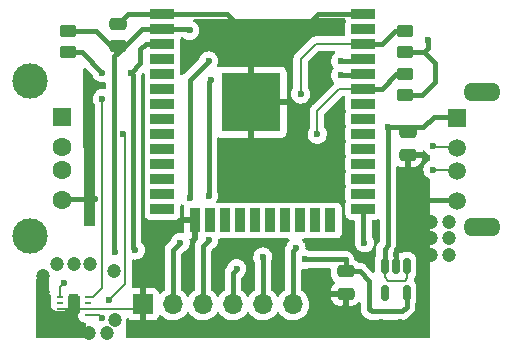
<source format=gbr>
G04 #@! TF.GenerationSoftware,KiCad,Pcbnew,(5.99.0-11535-gf6cac49802)*
G04 #@! TF.CreationDate,2021-08-06T14:04:52-04:00*
G04 #@! TF.ProjectId,esphome-humitemp,65737068-6f6d-4652-9d68-756d6974656d,1*
G04 #@! TF.SameCoordinates,Original*
G04 #@! TF.FileFunction,Copper,L1,Top*
G04 #@! TF.FilePolarity,Positive*
%FSLAX46Y46*%
G04 Gerber Fmt 4.6, Leading zero omitted, Abs format (unit mm)*
G04 Created by KiCad (PCBNEW (5.99.0-11535-gf6cac49802)) date 2021-08-06 14:04:52*
%MOMM*%
%LPD*%
G01*
G04 APERTURE LIST*
G04 Aperture macros list*
%AMRoundRect*
0 Rectangle with rounded corners*
0 $1 Rounding radius*
0 $2 $3 $4 $5 $6 $7 $8 $9 X,Y pos of 4 corners*
0 Add a 4 corners polygon primitive as box body*
4,1,4,$2,$3,$4,$5,$6,$7,$8,$9,$2,$3,0*
0 Add four circle primitives for the rounded corners*
1,1,$1+$1,$2,$3*
1,1,$1+$1,$4,$5*
1,1,$1+$1,$6,$7*
1,1,$1+$1,$8,$9*
0 Add four rect primitives between the rounded corners*
20,1,$1+$1,$2,$3,$4,$5,0*
20,1,$1+$1,$4,$5,$6,$7,0*
20,1,$1+$1,$6,$7,$8,$9,0*
20,1,$1+$1,$8,$9,$2,$3,0*%
%AMFreePoly0*
4,1,6,0.500000,-0.850000,-0.500000,-0.850000,-0.500000,0.550000,-0.200000,0.850000,0.500000,0.850000,0.500000,-0.850000,0.500000,-0.850000,$1*%
G04 Aperture macros list end*
G04 #@! TA.AperFunction,SMDPad,CuDef*
%ADD10RoundRect,0.250000X-0.450000X0.262500X-0.450000X-0.262500X0.450000X-0.262500X0.450000X0.262500X0*%
G04 #@! TD*
G04 #@! TA.AperFunction,ComponentPad*
%ADD11R,1.700000X1.700000*%
G04 #@! TD*
G04 #@! TA.AperFunction,ComponentPad*
%ADD12O,1.700000X1.700000*%
G04 #@! TD*
G04 #@! TA.AperFunction,SMDPad,CuDef*
%ADD13R,0.550000X0.250000*%
G04 #@! TD*
G04 #@! TA.AperFunction,SMDPad,CuDef*
%ADD14FreePoly0,180.000000*%
G04 #@! TD*
G04 #@! TA.AperFunction,SMDPad,CuDef*
%ADD15RoundRect,0.250000X-0.475000X0.250000X-0.475000X-0.250000X0.475000X-0.250000X0.475000X0.250000X0*%
G04 #@! TD*
G04 #@! TA.AperFunction,SMDPad,CuDef*
%ADD16RoundRect,0.250000X0.450000X-0.262500X0.450000X0.262500X-0.450000X0.262500X-0.450000X-0.262500X0*%
G04 #@! TD*
G04 #@! TA.AperFunction,ComponentPad*
%ADD17R,1.500000X1.600000*%
G04 #@! TD*
G04 #@! TA.AperFunction,ComponentPad*
%ADD18C,1.600000*%
G04 #@! TD*
G04 #@! TA.AperFunction,ComponentPad*
%ADD19C,3.000000*%
G04 #@! TD*
G04 #@! TA.AperFunction,ComponentPad*
%ADD20R,1.508000X1.508000*%
G04 #@! TD*
G04 #@! TA.AperFunction,ComponentPad*
%ADD21C,1.508000*%
G04 #@! TD*
G04 #@! TA.AperFunction,ComponentPad*
%ADD22O,3.150000X1.575000*%
G04 #@! TD*
G04 #@! TA.AperFunction,SMDPad,CuDef*
%ADD23RoundRect,0.150000X-0.150000X0.512500X-0.150000X-0.512500X0.150000X-0.512500X0.150000X0.512500X0*%
G04 #@! TD*
G04 #@! TA.AperFunction,SMDPad,CuDef*
%ADD24R,2.000000X0.900000*%
G04 #@! TD*
G04 #@! TA.AperFunction,SMDPad,CuDef*
%ADD25R,0.900000X2.000000*%
G04 #@! TD*
G04 #@! TA.AperFunction,SMDPad,CuDef*
%ADD26R,5.000000X5.000000*%
G04 #@! TD*
G04 #@! TA.AperFunction,ViaPad*
%ADD27C,0.600000*%
G04 #@! TD*
G04 #@! TA.AperFunction,ViaPad*
%ADD28C,1.200000*%
G04 #@! TD*
G04 #@! TA.AperFunction,Conductor*
%ADD29C,0.127000*%
G04 #@! TD*
G04 #@! TA.AperFunction,Conductor*
%ADD30C,0.400000*%
G04 #@! TD*
G04 #@! TA.AperFunction,Conductor*
%ADD31C,0.200000*%
G04 #@! TD*
G04 APERTURE END LIST*
D10*
X100500000Y-53425000D03*
X100500000Y-55250000D03*
D11*
X106850000Y-76600000D03*
D12*
X109390000Y-76600000D03*
X111930000Y-76600000D03*
X114470000Y-76600000D03*
X117010000Y-76600000D03*
X119550000Y-76600000D03*
D13*
X102175000Y-77500000D03*
X102175000Y-77000000D03*
X102175000Y-76500000D03*
X102175000Y-76000000D03*
X99825000Y-76000000D03*
X99825000Y-76500000D03*
X99825000Y-77000000D03*
X99825000Y-77500000D03*
D14*
X101000000Y-76750000D03*
D15*
X129250000Y-62050000D03*
X129250000Y-63950000D03*
D16*
X129000000Y-55250000D03*
X129000000Y-53425000D03*
D15*
X104750000Y-52862500D03*
X104750000Y-54762500D03*
D17*
X99990000Y-60750000D03*
D18*
X99990000Y-63250000D03*
X99990000Y-65250000D03*
X99990000Y-67750000D03*
D19*
X97280000Y-70820000D03*
X97280000Y-57680000D03*
D15*
X124000000Y-73800000D03*
X124000000Y-75700000D03*
D16*
X129000000Y-58912500D03*
X129000000Y-57087500D03*
D20*
X133462500Y-60844250D03*
D21*
X133462500Y-63344250D03*
X133462500Y-65344250D03*
X133462500Y-67844250D03*
D22*
X135562500Y-58644250D03*
X135562500Y-70044250D03*
D23*
X129200000Y-73362500D03*
X128250000Y-73362500D03*
X127300000Y-73362500D03*
X127300000Y-75637500D03*
X129200000Y-75637500D03*
D24*
X108500000Y-51995000D03*
X108500000Y-53265000D03*
X108500000Y-54535000D03*
X108500000Y-55805000D03*
X108500000Y-57075000D03*
X108500000Y-58345000D03*
X108500000Y-59615000D03*
X108500000Y-60885000D03*
X108500000Y-62155000D03*
X108500000Y-63425000D03*
X108500000Y-64695000D03*
X108500000Y-65965000D03*
X108500000Y-67235000D03*
X108500000Y-68505000D03*
D25*
X111285000Y-69505000D03*
X112555000Y-69505000D03*
X113825000Y-69505000D03*
X115095000Y-69505000D03*
X116365000Y-69505000D03*
X117635000Y-69505000D03*
X118905000Y-69505000D03*
X120175000Y-69505000D03*
X121445000Y-69505000D03*
X122715000Y-69505000D03*
D24*
X125500000Y-68505000D03*
X125500000Y-67235000D03*
X125500000Y-65965000D03*
X125500000Y-64695000D03*
X125500000Y-63425000D03*
X125500000Y-62155000D03*
X125500000Y-60885000D03*
X125500000Y-59615000D03*
X125500000Y-58345000D03*
X125500000Y-57075000D03*
X125500000Y-55805000D03*
X125500000Y-54535000D03*
X125500000Y-53265000D03*
X125500000Y-51995000D03*
D26*
X116000000Y-59495000D03*
D27*
X127600000Y-61600000D03*
D28*
X103800000Y-79000000D03*
X102300000Y-79000000D03*
X129650000Y-71000000D03*
X101000000Y-73200000D03*
X98400000Y-74200000D03*
D27*
X129150000Y-67800000D03*
D28*
X132800000Y-69600000D03*
X104500000Y-77900000D03*
X115050000Y-66600000D03*
X102400000Y-73200000D03*
X98400000Y-75600000D03*
D27*
X119100000Y-54600000D03*
X102750000Y-67700000D03*
D28*
X130200000Y-78400000D03*
X125400000Y-78400000D03*
X98400000Y-77000000D03*
D27*
X118200000Y-71600000D03*
D28*
X129650000Y-69600000D03*
X132800000Y-71000000D03*
X131200000Y-72400000D03*
X104400000Y-73800000D03*
X122200000Y-74200000D03*
X99600000Y-73200000D03*
X128600000Y-78400000D03*
X122200000Y-78400000D03*
X98400000Y-78400000D03*
X116750000Y-66600000D03*
X122200000Y-77000000D03*
D27*
X128600000Y-71600000D03*
D28*
X118350000Y-66600000D03*
D27*
X107000000Y-78800000D03*
D28*
X131200000Y-71000000D03*
X122200000Y-75600000D03*
X127000000Y-78400000D03*
X123800000Y-78400000D03*
X132800000Y-72400000D03*
D27*
X116550000Y-54600000D03*
D28*
X131200000Y-69600000D03*
D27*
X110800000Y-53400000D03*
X100200000Y-74800000D03*
X131000000Y-54200000D03*
X120600000Y-72800000D03*
X104500000Y-72200000D03*
X114800000Y-73600000D03*
X110000000Y-71373500D03*
X123600000Y-56000000D03*
X112400000Y-56000000D03*
X110800000Y-67600000D03*
X112400000Y-71200000D03*
X112400000Y-67400000D03*
X112600000Y-57600000D03*
X123600000Y-57200000D03*
X105800000Y-57000000D03*
X117000000Y-72600000D03*
X106200000Y-72000000D03*
X103400000Y-57000000D03*
X125600000Y-71400000D03*
X119800000Y-71800000D03*
X103400000Y-77800000D03*
X105200000Y-62200000D03*
X104000000Y-76200000D03*
X121600000Y-62200000D03*
X103400000Y-59200000D03*
X120200000Y-58800000D03*
X131400000Y-63200000D03*
X131400000Y-65200000D03*
D29*
X129200000Y-73362500D02*
X129237500Y-73362500D01*
X127600000Y-74600000D02*
X127300000Y-74300000D01*
X127300000Y-74300000D02*
X127300000Y-73362500D01*
X129200000Y-74400000D02*
X129000000Y-74600000D01*
X129200000Y-73362500D02*
X129200000Y-74400000D01*
D30*
X131450000Y-60750000D02*
X130600000Y-61600000D01*
X133350000Y-60750000D02*
X131450000Y-60750000D01*
X127600000Y-71600000D02*
X127600000Y-61600000D01*
X130600000Y-61600000D02*
X127600000Y-61600000D01*
D29*
X129237500Y-73362500D02*
X129400000Y-73200000D01*
D30*
X127300000Y-71900000D02*
X127600000Y-71600000D01*
X127300000Y-71900000D02*
X127300000Y-73362500D01*
D29*
X129000000Y-74600000D02*
X127600000Y-74600000D01*
D30*
X125500000Y-51995000D02*
X121705000Y-51995000D01*
D31*
X102175000Y-77000000D02*
X106450000Y-77000000D01*
D30*
X128250000Y-73362500D02*
X128250000Y-71950000D01*
X108500000Y-51995000D02*
X105617500Y-51995000D01*
X100040000Y-67700000D02*
X99990000Y-67750000D01*
X108500000Y-51995000D02*
X113945000Y-51995000D01*
D31*
X102175000Y-77000000D02*
X101250000Y-77000000D01*
X101250000Y-77000000D02*
X101000000Y-76750000D01*
X100750000Y-77000000D02*
X101000000Y-76750000D01*
D30*
X121705000Y-51995000D02*
X119100000Y-54600000D01*
D31*
X99825000Y-77500000D02*
X100250000Y-77500000D01*
X106450000Y-77000000D02*
X106850000Y-76600000D01*
D30*
X129200000Y-67750000D02*
X133350000Y-67750000D01*
X129150000Y-67800000D02*
X129200000Y-67750000D01*
X102750000Y-67700000D02*
X100040000Y-67700000D01*
D31*
X106850000Y-78650000D02*
X107000000Y-78800000D01*
X99825000Y-77000000D02*
X100750000Y-77000000D01*
X106850000Y-76600000D02*
X106850000Y-78650000D01*
X100250000Y-77500000D02*
X101000000Y-76750000D01*
D30*
X128250000Y-71950000D02*
X128600000Y-71600000D01*
X105617500Y-51995000D02*
X104750000Y-52862500D01*
X113945000Y-51995000D02*
X116550000Y-54600000D01*
X131000000Y-54900000D02*
X130650000Y-55250000D01*
X114470000Y-73930000D02*
X114470000Y-76600000D01*
X104750000Y-55287500D02*
X106772500Y-53265000D01*
X106772500Y-53265000D02*
X108500000Y-53265000D01*
X126000000Y-77000000D02*
X126200000Y-77200000D01*
X125200000Y-73800000D02*
X126000000Y-74600000D01*
X104426511Y-55610989D02*
X104750000Y-55287500D01*
X100500000Y-53425000D02*
X102887500Y-53425000D01*
X131000000Y-54200000D02*
X131000000Y-54900000D01*
X126000000Y-74600000D02*
X126000000Y-77000000D01*
X110665000Y-53265000D02*
X110800000Y-53400000D01*
X104500000Y-72200000D02*
X104426511Y-72126511D01*
X126200000Y-77200000D02*
X128800000Y-77200000D01*
X129200000Y-76800000D02*
X129200000Y-75637500D01*
X102887500Y-53425000D02*
X104750000Y-55287500D01*
X124000000Y-72800000D02*
X124000000Y-73800000D01*
D31*
X99825000Y-76000000D02*
X99825000Y-75175000D01*
D30*
X130650000Y-55250000D02*
X131600000Y-56200000D01*
X104426511Y-72126511D02*
X104426511Y-55610989D01*
X131600000Y-56200000D02*
X131600000Y-57800000D01*
X130487500Y-58912500D02*
X129000000Y-58912500D01*
X108500000Y-53265000D02*
X110665000Y-53265000D01*
X131600000Y-57800000D02*
X130487500Y-58912500D01*
X120600000Y-72800000D02*
X124000000Y-72800000D01*
X114800000Y-73600000D02*
X114470000Y-73930000D01*
X128800000Y-77200000D02*
X129200000Y-76800000D01*
D31*
X99825000Y-75175000D02*
X100200000Y-74800000D01*
D30*
X124000000Y-73800000D02*
X125200000Y-73800000D01*
X129000000Y-55250000D02*
X130650000Y-55250000D01*
X123600000Y-56000000D02*
X125305000Y-56000000D01*
X110800000Y-67600000D02*
X110800000Y-57600000D01*
X125305000Y-56000000D02*
X125500000Y-55805000D01*
X109390000Y-71983500D02*
X110000000Y-71373500D01*
X110800000Y-57600000D02*
X112400000Y-56000000D01*
X109390000Y-76600000D02*
X109390000Y-71983500D01*
X111930000Y-76600000D02*
X111930000Y-71670000D01*
X112400000Y-57800000D02*
X112600000Y-57600000D01*
X125375000Y-57200000D02*
X125500000Y-57075000D01*
X111930000Y-71670000D02*
X112400000Y-71200000D01*
X123600000Y-57200000D02*
X125375000Y-57200000D01*
X112400000Y-67400000D02*
X112400000Y-57800000D01*
X117010000Y-72610000D02*
X117010000Y-76600000D01*
X106600000Y-55000000D02*
X107065000Y-54535000D01*
X117000000Y-72600000D02*
X117010000Y-72610000D01*
X105800000Y-57000000D02*
X106600000Y-56200000D01*
X106600000Y-56200000D02*
X106600000Y-55000000D01*
X100500000Y-55250000D02*
X101650000Y-55250000D01*
X106200000Y-72000000D02*
X106000000Y-71800000D01*
X107065000Y-54535000D02*
X108500000Y-54535000D01*
X106000000Y-57200000D02*
X105800000Y-57000000D01*
X106000000Y-71800000D02*
X106000000Y-57200000D01*
X101650000Y-55250000D02*
X103400000Y-57000000D01*
X125500000Y-68505000D02*
X125500000Y-71300000D01*
X125500000Y-71300000D02*
X125600000Y-71400000D01*
X119550000Y-72050000D02*
X119550000Y-76600000D01*
X119800000Y-71800000D02*
X119550000Y-72050000D01*
D31*
X123455000Y-58345000D02*
X125500000Y-58345000D01*
X105200000Y-62200000D02*
X105300000Y-62300000D01*
X105300000Y-62300000D02*
X105300000Y-74900000D01*
X105300000Y-74900000D02*
X104000000Y-76200000D01*
D30*
X129000000Y-57087500D02*
X128312500Y-57087500D01*
D31*
X103100000Y-77500000D02*
X103400000Y-77800000D01*
X102175000Y-77500000D02*
X103100000Y-77500000D01*
D30*
X128312500Y-57087500D02*
X127055000Y-58345000D01*
D31*
X121600000Y-62200000D02*
X121600000Y-60200000D01*
X121600000Y-60200000D02*
X123455000Y-58345000D01*
D30*
X127055000Y-58345000D02*
X125500000Y-58345000D01*
X127065000Y-54535000D02*
X125500000Y-54535000D01*
D31*
X102600000Y-76000000D02*
X102175000Y-76000000D01*
X121465000Y-54535000D02*
X125500000Y-54535000D01*
X103400000Y-59200000D02*
X103400000Y-75200000D01*
X120200000Y-58800000D02*
X120200000Y-55800000D01*
D30*
X129000000Y-53425000D02*
X128175000Y-53425000D01*
D31*
X120200000Y-55800000D02*
X121465000Y-54535000D01*
D30*
X128175000Y-53425000D02*
X127065000Y-54535000D01*
D31*
X103400000Y-75200000D02*
X102600000Y-76000000D01*
D29*
X131450000Y-63250000D02*
X131400000Y-63200000D01*
X133350000Y-63250000D02*
X131450000Y-63250000D01*
X131450000Y-65250000D02*
X131400000Y-65200000D01*
X133350000Y-65250000D02*
X131450000Y-65250000D01*
G04 #@! TA.AperFunction,Conductor*
G36*
X106909532Y-56996604D02*
G01*
X106966368Y-57039151D01*
X106991179Y-57105671D01*
X106991500Y-57114660D01*
X106991500Y-57573134D01*
X106998255Y-57635316D01*
X107009672Y-57665771D01*
X107014855Y-57736577D01*
X107009674Y-57754224D01*
X106998255Y-57784684D01*
X106991500Y-57846866D01*
X106991500Y-58843134D01*
X106998255Y-58905316D01*
X107009672Y-58935771D01*
X107014855Y-59006577D01*
X107009674Y-59024224D01*
X106998255Y-59054684D01*
X106991500Y-59116866D01*
X106991500Y-60113134D01*
X106998255Y-60175316D01*
X107009672Y-60205771D01*
X107014855Y-60276577D01*
X107009674Y-60294224D01*
X106998255Y-60324684D01*
X106991500Y-60386866D01*
X106991500Y-61383134D01*
X106998255Y-61445316D01*
X107009672Y-61475771D01*
X107014855Y-61546577D01*
X107009674Y-61564224D01*
X106998255Y-61594684D01*
X106991500Y-61656866D01*
X106991500Y-62653134D01*
X106998255Y-62715316D01*
X107009672Y-62745771D01*
X107014855Y-62816577D01*
X107009674Y-62834224D01*
X106998255Y-62864684D01*
X106991500Y-62926866D01*
X106991500Y-63923134D01*
X106998255Y-63985316D01*
X107009672Y-64015771D01*
X107014855Y-64086577D01*
X107009674Y-64104224D01*
X106998255Y-64134684D01*
X106991500Y-64196866D01*
X106991500Y-65193134D01*
X106998255Y-65255316D01*
X107009672Y-65285771D01*
X107014855Y-65356577D01*
X107009674Y-65374224D01*
X106998255Y-65404684D01*
X106991500Y-65466866D01*
X106991500Y-66463134D01*
X106998255Y-66525316D01*
X107009672Y-66555771D01*
X107014855Y-66626577D01*
X107009674Y-66644224D01*
X106998255Y-66674684D01*
X106991500Y-66736866D01*
X106991500Y-67733134D01*
X106998255Y-67795316D01*
X107009672Y-67825771D01*
X107014855Y-67896577D01*
X107009674Y-67914224D01*
X106998255Y-67944684D01*
X106991500Y-68006866D01*
X106991500Y-69003134D01*
X106998255Y-69065316D01*
X107049385Y-69201705D01*
X107136739Y-69318261D01*
X107253295Y-69405615D01*
X107389684Y-69456745D01*
X107451866Y-69463500D01*
X109548134Y-69463500D01*
X109610316Y-69456745D01*
X109746705Y-69405615D01*
X109863261Y-69318261D01*
X109950615Y-69201705D01*
X110001745Y-69065316D01*
X110008500Y-69003134D01*
X110008500Y-68256186D01*
X110028502Y-68188065D01*
X110082158Y-68141572D01*
X110152432Y-68131468D01*
X110217012Y-68160962D01*
X110225137Y-68168659D01*
X110281382Y-68226902D01*
X110287276Y-68230759D01*
X110287281Y-68230763D01*
X110289578Y-68232266D01*
X110290726Y-68233613D01*
X110292706Y-68235251D01*
X110292418Y-68235599D01*
X110335628Y-68286302D01*
X110345154Y-68356657D01*
X110338570Y-68381928D01*
X110336523Y-68387388D01*
X110332895Y-68402649D01*
X110327369Y-68453514D01*
X110327000Y-68460328D01*
X110327000Y-69232885D01*
X110331475Y-69248124D01*
X110332865Y-69249329D01*
X110340548Y-69251000D01*
X111413000Y-69251000D01*
X111481121Y-69271002D01*
X111527614Y-69324658D01*
X111539000Y-69377000D01*
X111539000Y-71006840D01*
X111518998Y-71074961D01*
X111502095Y-71095935D01*
X111449480Y-71148550D01*
X111443215Y-71154404D01*
X111399615Y-71192439D01*
X111380424Y-71219745D01*
X111362872Y-71244719D01*
X111358939Y-71250014D01*
X111319524Y-71300282D01*
X111316401Y-71307198D01*
X111315017Y-71309484D01*
X111306643Y-71324165D01*
X111305378Y-71326525D01*
X111301010Y-71332739D01*
X111298250Y-71339818D01*
X111298249Y-71339820D01*
X111277798Y-71392275D01*
X111275247Y-71398344D01*
X111248955Y-71456573D01*
X111247571Y-71464040D01*
X111246770Y-71466595D01*
X111242141Y-71482848D01*
X111241478Y-71485428D01*
X111238718Y-71492509D01*
X111237727Y-71500040D01*
X111237726Y-71500042D01*
X111230379Y-71555852D01*
X111229348Y-71562359D01*
X111217704Y-71625186D01*
X111218141Y-71632766D01*
X111218141Y-71632767D01*
X111221291Y-71687392D01*
X111221500Y-71694646D01*
X111221500Y-75370114D01*
X111201498Y-75438235D01*
X111171153Y-75470874D01*
X111036466Y-75572000D01*
X111024965Y-75580635D01*
X110870629Y-75742138D01*
X110763201Y-75899621D01*
X110708293Y-75944621D01*
X110637768Y-75952792D01*
X110574021Y-75921538D01*
X110553324Y-75897054D01*
X110472822Y-75772617D01*
X110472820Y-75772614D01*
X110470014Y-75768277D01*
X110319670Y-75603051D01*
X110315619Y-75599852D01*
X110315615Y-75599848D01*
X110146408Y-75466216D01*
X110105345Y-75408298D01*
X110098500Y-75367334D01*
X110098500Y-72329160D01*
X110118502Y-72261039D01*
X110135405Y-72240065D01*
X110203494Y-72171976D01*
X110253653Y-72141238D01*
X110329409Y-72116624D01*
X110329412Y-72116623D01*
X110336108Y-72114447D01*
X110432513Y-72056978D01*
X110485860Y-72025177D01*
X110485862Y-72025176D01*
X110491912Y-72021569D01*
X110623266Y-71896482D01*
X110723643Y-71745402D01*
X110775911Y-71607807D01*
X110785555Y-71582420D01*
X110785556Y-71582418D01*
X110788055Y-71575838D01*
X110793164Y-71539484D01*
X110812748Y-71400139D01*
X110812748Y-71400136D01*
X110813299Y-71396217D01*
X110813616Y-71373500D01*
X110793397Y-71193245D01*
X110788936Y-71180435D01*
X110785424Y-71109526D01*
X110820806Y-71047974D01*
X110883849Y-71015322D01*
X110907928Y-71013000D01*
X111012885Y-71013000D01*
X111028124Y-71008525D01*
X111029329Y-71007135D01*
X111031000Y-70999452D01*
X111031000Y-69777115D01*
X111026525Y-69761876D01*
X111025135Y-69760671D01*
X111017452Y-69759000D01*
X110345116Y-69759000D01*
X110329877Y-69763475D01*
X110328672Y-69764865D01*
X110327001Y-69772548D01*
X110327001Y-70456335D01*
X110306999Y-70524456D01*
X110253343Y-70570949D01*
X110185877Y-70580649D01*
X110185790Y-70581381D01*
X110005680Y-70559904D01*
X109998677Y-70560640D01*
X109998676Y-70560640D01*
X109832288Y-70578128D01*
X109832286Y-70578129D01*
X109825288Y-70578864D01*
X109653579Y-70637318D01*
X109647575Y-70641012D01*
X109505095Y-70728666D01*
X109505092Y-70728668D01*
X109499088Y-70732362D01*
X109494053Y-70737293D01*
X109494050Y-70737295D01*
X109390971Y-70838238D01*
X109369493Y-70859271D01*
X109271235Y-71011738D01*
X109268825Y-71018358D01*
X109268824Y-71018361D01*
X109230110Y-71124726D01*
X109200804Y-71170726D01*
X108909480Y-71462050D01*
X108903215Y-71467904D01*
X108859615Y-71505939D01*
X108836039Y-71539484D01*
X108822872Y-71558219D01*
X108818939Y-71563514D01*
X108779524Y-71613782D01*
X108776401Y-71620698D01*
X108775017Y-71622984D01*
X108766643Y-71637665D01*
X108765378Y-71640025D01*
X108761010Y-71646239D01*
X108758250Y-71653318D01*
X108758249Y-71653320D01*
X108737798Y-71705775D01*
X108735247Y-71711844D01*
X108708955Y-71770073D01*
X108707571Y-71777540D01*
X108706770Y-71780095D01*
X108702141Y-71796348D01*
X108701478Y-71798928D01*
X108698718Y-71806009D01*
X108697727Y-71813540D01*
X108697726Y-71813542D01*
X108696830Y-71820352D01*
X108690773Y-71866362D01*
X108690379Y-71869352D01*
X108689348Y-71875859D01*
X108677704Y-71938686D01*
X108678141Y-71946266D01*
X108678141Y-71946267D01*
X108681291Y-72000892D01*
X108681500Y-72008146D01*
X108681500Y-75370114D01*
X108661498Y-75438235D01*
X108631153Y-75470874D01*
X108496466Y-75572000D01*
X108484965Y-75580635D01*
X108481393Y-75584373D01*
X108403898Y-75665466D01*
X108342374Y-75700895D01*
X108271462Y-75697438D01*
X108213676Y-75656192D01*
X108194823Y-75622644D01*
X108153324Y-75511946D01*
X108144786Y-75496351D01*
X108068285Y-75394276D01*
X108055724Y-75381715D01*
X107953649Y-75305214D01*
X107938054Y-75296676D01*
X107817606Y-75251522D01*
X107802351Y-75247895D01*
X107751486Y-75242369D01*
X107744672Y-75242000D01*
X107122115Y-75242000D01*
X107106876Y-75246475D01*
X107105671Y-75247865D01*
X107104000Y-75255548D01*
X107104000Y-77939884D01*
X107108475Y-77955123D01*
X107109865Y-77956328D01*
X107117548Y-77957999D01*
X107744669Y-77957999D01*
X107751490Y-77957629D01*
X107802352Y-77952105D01*
X107817604Y-77948479D01*
X107938054Y-77903324D01*
X107953649Y-77894786D01*
X108055724Y-77818285D01*
X108068285Y-77805724D01*
X108144786Y-77703649D01*
X108153324Y-77688054D01*
X108194225Y-77578952D01*
X108236867Y-77522188D01*
X108303428Y-77497488D01*
X108372777Y-77512696D01*
X108407444Y-77540684D01*
X108432865Y-77570031D01*
X108432869Y-77570035D01*
X108436250Y-77573938D01*
X108608126Y-77716632D01*
X108801000Y-77829338D01*
X109009692Y-77909030D01*
X109014760Y-77910061D01*
X109014763Y-77910062D01*
X109122017Y-77931883D01*
X109228597Y-77953567D01*
X109233772Y-77953757D01*
X109233774Y-77953757D01*
X109446673Y-77961564D01*
X109446677Y-77961564D01*
X109451837Y-77961753D01*
X109456957Y-77961097D01*
X109456959Y-77961097D01*
X109668288Y-77934025D01*
X109668289Y-77934025D01*
X109673416Y-77933368D01*
X109678366Y-77931883D01*
X109882429Y-77870661D01*
X109882434Y-77870659D01*
X109887384Y-77869174D01*
X110087994Y-77770896D01*
X110269860Y-77641173D01*
X110428096Y-77483489D01*
X110432735Y-77477034D01*
X110558453Y-77302077D01*
X110559776Y-77303028D01*
X110606645Y-77259857D01*
X110676580Y-77247625D01*
X110742026Y-77275144D01*
X110769875Y-77306994D01*
X110829987Y-77405088D01*
X110976250Y-77573938D01*
X111148126Y-77716632D01*
X111341000Y-77829338D01*
X111549692Y-77909030D01*
X111554760Y-77910061D01*
X111554763Y-77910062D01*
X111662017Y-77931883D01*
X111768597Y-77953567D01*
X111773772Y-77953757D01*
X111773774Y-77953757D01*
X111986673Y-77961564D01*
X111986677Y-77961564D01*
X111991837Y-77961753D01*
X111996957Y-77961097D01*
X111996959Y-77961097D01*
X112208288Y-77934025D01*
X112208289Y-77934025D01*
X112213416Y-77933368D01*
X112218366Y-77931883D01*
X112422429Y-77870661D01*
X112422434Y-77870659D01*
X112427384Y-77869174D01*
X112627994Y-77770896D01*
X112809860Y-77641173D01*
X112968096Y-77483489D01*
X112972735Y-77477034D01*
X113098453Y-77302077D01*
X113099776Y-77303028D01*
X113146645Y-77259857D01*
X113216580Y-77247625D01*
X113282026Y-77275144D01*
X113309875Y-77306994D01*
X113369987Y-77405088D01*
X113516250Y-77573938D01*
X113688126Y-77716632D01*
X113881000Y-77829338D01*
X114089692Y-77909030D01*
X114094760Y-77910061D01*
X114094763Y-77910062D01*
X114202017Y-77931883D01*
X114308597Y-77953567D01*
X114313772Y-77953757D01*
X114313774Y-77953757D01*
X114526673Y-77961564D01*
X114526677Y-77961564D01*
X114531837Y-77961753D01*
X114536957Y-77961097D01*
X114536959Y-77961097D01*
X114748288Y-77934025D01*
X114748289Y-77934025D01*
X114753416Y-77933368D01*
X114758366Y-77931883D01*
X114962429Y-77870661D01*
X114962434Y-77870659D01*
X114967384Y-77869174D01*
X115167994Y-77770896D01*
X115349860Y-77641173D01*
X115508096Y-77483489D01*
X115512735Y-77477034D01*
X115638453Y-77302077D01*
X115639776Y-77303028D01*
X115686645Y-77259857D01*
X115756580Y-77247625D01*
X115822026Y-77275144D01*
X115849875Y-77306994D01*
X115909987Y-77405088D01*
X116056250Y-77573938D01*
X116228126Y-77716632D01*
X116421000Y-77829338D01*
X116629692Y-77909030D01*
X116634760Y-77910061D01*
X116634763Y-77910062D01*
X116742017Y-77931883D01*
X116848597Y-77953567D01*
X116853772Y-77953757D01*
X116853774Y-77953757D01*
X117066673Y-77961564D01*
X117066677Y-77961564D01*
X117071837Y-77961753D01*
X117076957Y-77961097D01*
X117076959Y-77961097D01*
X117288288Y-77934025D01*
X117288289Y-77934025D01*
X117293416Y-77933368D01*
X117298366Y-77931883D01*
X117502429Y-77870661D01*
X117502434Y-77870659D01*
X117507384Y-77869174D01*
X117707994Y-77770896D01*
X117889860Y-77641173D01*
X118048096Y-77483489D01*
X118052735Y-77477034D01*
X118178453Y-77302077D01*
X118179776Y-77303028D01*
X118226645Y-77259857D01*
X118296580Y-77247625D01*
X118362026Y-77275144D01*
X118389875Y-77306994D01*
X118449987Y-77405088D01*
X118596250Y-77573938D01*
X118768126Y-77716632D01*
X118961000Y-77829338D01*
X119169692Y-77909030D01*
X119174760Y-77910061D01*
X119174763Y-77910062D01*
X119282017Y-77931883D01*
X119388597Y-77953567D01*
X119393772Y-77953757D01*
X119393774Y-77953757D01*
X119606673Y-77961564D01*
X119606677Y-77961564D01*
X119611837Y-77961753D01*
X119616957Y-77961097D01*
X119616959Y-77961097D01*
X119828288Y-77934025D01*
X119828289Y-77934025D01*
X119833416Y-77933368D01*
X119838366Y-77931883D01*
X120042429Y-77870661D01*
X120042434Y-77870659D01*
X120047384Y-77869174D01*
X120247994Y-77770896D01*
X120429860Y-77641173D01*
X120588096Y-77483489D01*
X120592735Y-77477034D01*
X120715435Y-77306277D01*
X120718453Y-77302077D01*
X120728102Y-77282555D01*
X120815136Y-77106453D01*
X120815137Y-77106451D01*
X120817430Y-77101811D01*
X120882370Y-76888069D01*
X120911529Y-76666590D01*
X120913156Y-76600000D01*
X120894852Y-76377361D01*
X120840431Y-76160702D01*
X120756445Y-75967548D01*
X122767001Y-75967548D01*
X122767001Y-75997095D01*
X122767338Y-76003614D01*
X122777257Y-76099206D01*
X122780149Y-76112600D01*
X122831588Y-76266784D01*
X122837761Y-76279962D01*
X122923063Y-76417807D01*
X122932099Y-76429208D01*
X123046829Y-76543739D01*
X123058240Y-76552751D01*
X123196243Y-76637816D01*
X123209424Y-76643963D01*
X123363710Y-76695138D01*
X123377086Y-76698005D01*
X123471438Y-76707672D01*
X123477854Y-76708000D01*
X123727885Y-76708000D01*
X123743124Y-76703525D01*
X123744329Y-76702135D01*
X123746000Y-76694452D01*
X123746000Y-75972115D01*
X123741525Y-75956876D01*
X123740135Y-75955671D01*
X123732452Y-75954000D01*
X122785116Y-75954000D01*
X122769877Y-75958475D01*
X122768672Y-75959865D01*
X122767001Y-75967548D01*
X120756445Y-75967548D01*
X120751354Y-75955840D01*
X120630014Y-75768277D01*
X120479670Y-75603051D01*
X120475619Y-75599852D01*
X120475615Y-75599848D01*
X120306408Y-75466216D01*
X120265345Y-75408298D01*
X120258500Y-75367334D01*
X120258500Y-73713842D01*
X120278502Y-73645721D01*
X120332158Y-73599228D01*
X120402334Y-73589138D01*
X120403168Y-73589448D01*
X120480901Y-73599820D01*
X120575980Y-73612507D01*
X120575984Y-73612507D01*
X120582961Y-73613438D01*
X120589972Y-73612800D01*
X120589976Y-73612800D01*
X120732459Y-73599832D01*
X120763600Y-73596998D01*
X120770302Y-73594820D01*
X120770304Y-73594820D01*
X120929409Y-73543124D01*
X120929412Y-73543123D01*
X120936108Y-73540947D01*
X120960727Y-73526271D01*
X121025245Y-73508500D01*
X122640500Y-73508500D01*
X122708621Y-73528502D01*
X122755114Y-73582158D01*
X122766500Y-73634500D01*
X122766500Y-74100400D01*
X122766837Y-74103646D01*
X122766837Y-74103650D01*
X122770464Y-74138601D01*
X122777474Y-74206166D01*
X122779655Y-74212702D01*
X122779655Y-74212704D01*
X122815163Y-74319133D01*
X122833450Y-74373946D01*
X122926522Y-74524348D01*
X123051697Y-74649305D01*
X123056235Y-74652102D01*
X123096824Y-74709353D01*
X123100054Y-74780276D01*
X123064428Y-74841687D01*
X123055932Y-74849062D01*
X123045793Y-74857098D01*
X122931261Y-74971829D01*
X122922249Y-74983240D01*
X122837184Y-75121243D01*
X122831037Y-75134424D01*
X122779862Y-75288710D01*
X122776995Y-75302086D01*
X122767328Y-75396438D01*
X122767000Y-75402855D01*
X122767000Y-75427885D01*
X122771475Y-75443124D01*
X122772865Y-75444329D01*
X122780548Y-75446000D01*
X124128000Y-75446000D01*
X124196121Y-75466002D01*
X124242614Y-75519658D01*
X124254000Y-75572000D01*
X124254000Y-76689884D01*
X124258475Y-76705123D01*
X124259865Y-76706328D01*
X124267548Y-76707999D01*
X124522095Y-76707999D01*
X124528614Y-76707662D01*
X124624206Y-76697743D01*
X124637600Y-76694851D01*
X124791784Y-76643412D01*
X124804962Y-76637239D01*
X124942807Y-76551937D01*
X124954208Y-76542901D01*
X125073910Y-76422991D01*
X125075488Y-76424566D01*
X125124544Y-76389791D01*
X125195467Y-76386564D01*
X125256876Y-76422194D01*
X125289274Y-76485368D01*
X125291500Y-76508949D01*
X125291500Y-76971088D01*
X125291208Y-76979658D01*
X125289301Y-77007639D01*
X125287275Y-77037352D01*
X125288580Y-77044829D01*
X125288580Y-77044830D01*
X125298261Y-77100299D01*
X125299223Y-77106821D01*
X125306898Y-77170242D01*
X125309581Y-77177343D01*
X125310222Y-77179952D01*
X125314685Y-77196262D01*
X125315450Y-77198798D01*
X125316757Y-77206284D01*
X125319811Y-77213241D01*
X125342442Y-77264795D01*
X125344933Y-77270899D01*
X125367513Y-77330656D01*
X125371817Y-77336919D01*
X125373054Y-77339285D01*
X125381299Y-77354097D01*
X125382632Y-77356351D01*
X125385685Y-77363305D01*
X125390307Y-77369328D01*
X125424579Y-77413991D01*
X125428459Y-77419332D01*
X125460339Y-77465720D01*
X125460344Y-77465725D01*
X125464643Y-77471981D01*
X125470313Y-77477032D01*
X125470314Y-77477034D01*
X125511170Y-77513435D01*
X125516446Y-77518416D01*
X125678550Y-77680520D01*
X125684404Y-77686785D01*
X125722439Y-77730385D01*
X125728657Y-77734755D01*
X125774697Y-77767112D01*
X125779993Y-77771045D01*
X125830282Y-77810477D01*
X125837204Y-77813602D01*
X125839452Y-77814964D01*
X125854185Y-77823368D01*
X125856524Y-77824622D01*
X125862739Y-77828990D01*
X125869815Y-77831749D01*
X125869819Y-77831751D01*
X125922269Y-77852200D01*
X125928334Y-77854749D01*
X125986573Y-77881045D01*
X125994038Y-77882429D01*
X125996582Y-77883226D01*
X126012848Y-77887859D01*
X126015428Y-77888521D01*
X126022509Y-77891282D01*
X126030042Y-77892274D01*
X126030043Y-77892274D01*
X126043261Y-77894014D01*
X126085857Y-77899622D01*
X126092355Y-77900650D01*
X126155187Y-77912296D01*
X126162767Y-77911859D01*
X126162768Y-77911859D01*
X126217398Y-77908709D01*
X126224651Y-77908500D01*
X128771088Y-77908500D01*
X128779658Y-77908792D01*
X128829776Y-77912209D01*
X128829780Y-77912209D01*
X128837352Y-77912725D01*
X128844829Y-77911420D01*
X128844830Y-77911420D01*
X128871308Y-77906799D01*
X128900303Y-77901738D01*
X128906821Y-77900777D01*
X128970242Y-77893102D01*
X128977343Y-77890419D01*
X128979952Y-77889778D01*
X128996262Y-77885315D01*
X128998798Y-77884550D01*
X129006284Y-77883243D01*
X129064800Y-77857556D01*
X129070904Y-77855065D01*
X129075319Y-77853397D01*
X129130656Y-77832487D01*
X129136919Y-77828183D01*
X129139285Y-77826946D01*
X129154097Y-77818701D01*
X129156351Y-77817368D01*
X129163305Y-77814315D01*
X129214002Y-77775413D01*
X129219332Y-77771541D01*
X129265720Y-77739661D01*
X129265725Y-77739656D01*
X129271981Y-77735357D01*
X129277030Y-77729690D01*
X129277037Y-77729684D01*
X129313444Y-77688821D01*
X129318425Y-77683545D01*
X129680526Y-77321444D01*
X129686792Y-77315589D01*
X129724660Y-77282555D01*
X129730385Y-77277561D01*
X129767136Y-77225271D01*
X129771028Y-77220029D01*
X129810476Y-77169718D01*
X129813600Y-77162799D01*
X129814988Y-77160507D01*
X129823357Y-77145835D01*
X129824622Y-77143475D01*
X129828990Y-77137261D01*
X129840857Y-77106825D01*
X129852202Y-77077725D01*
X129854759Y-77071642D01*
X129866866Y-77044830D01*
X129881045Y-77013427D01*
X129882430Y-77005954D01*
X129883234Y-77003388D01*
X129887855Y-76987165D01*
X129888520Y-76984573D01*
X129891282Y-76977491D01*
X129899622Y-76914139D01*
X129900654Y-76907623D01*
X129910911Y-76852281D01*
X129912295Y-76844814D01*
X129908709Y-76782620D01*
X129908500Y-76775367D01*
X129908500Y-76533706D01*
X129926045Y-76469569D01*
X129959145Y-76413601D01*
X129966063Y-76389791D01*
X129983332Y-76330347D01*
X130005562Y-76253831D01*
X130007020Y-76235316D01*
X130008307Y-76218958D01*
X130008307Y-76218950D01*
X130008500Y-76216502D01*
X130008500Y-75058498D01*
X130008307Y-75056042D01*
X130006067Y-75027579D01*
X130006066Y-75027574D01*
X130005562Y-75021169D01*
X129970360Y-74900000D01*
X129961357Y-74869012D01*
X129961356Y-74869010D01*
X129959145Y-74861399D01*
X129911169Y-74780276D01*
X129878491Y-74725020D01*
X129878489Y-74725017D01*
X129874453Y-74718193D01*
X129795200Y-74638940D01*
X129761174Y-74576628D01*
X129759373Y-74533398D01*
X129759884Y-74529521D01*
X129772000Y-74437492D01*
X129774488Y-74418594D01*
X129803210Y-74353667D01*
X129810315Y-74345945D01*
X129874453Y-74281807D01*
X129878489Y-74274983D01*
X129878491Y-74274980D01*
X129955108Y-74145427D01*
X129959145Y-74138601D01*
X129962220Y-74128019D01*
X130003767Y-73985008D01*
X130005562Y-73978831D01*
X130006108Y-73971902D01*
X130008307Y-73943958D01*
X130008307Y-73943950D01*
X130008500Y-73941502D01*
X130008500Y-72783498D01*
X130006820Y-72762151D01*
X130006067Y-72752579D01*
X130006066Y-72752574D01*
X130005562Y-72746169D01*
X129969696Y-72622717D01*
X129961357Y-72594012D01*
X129961356Y-72594010D01*
X129959145Y-72586399D01*
X129918168Y-72517111D01*
X129878491Y-72450020D01*
X129878489Y-72450017D01*
X129874453Y-72443193D01*
X129756807Y-72325547D01*
X129749983Y-72321511D01*
X129749980Y-72321509D01*
X129620427Y-72244892D01*
X129620428Y-72244892D01*
X129613601Y-72240855D01*
X129605990Y-72238644D01*
X129605988Y-72238643D01*
X129519230Y-72213438D01*
X129453831Y-72194438D01*
X129447426Y-72193934D01*
X129447421Y-72193933D01*
X129418958Y-72191693D01*
X129418950Y-72191693D01*
X129416502Y-72191500D01*
X128983498Y-72191500D01*
X128981050Y-72191693D01*
X128981042Y-72191693D01*
X128952579Y-72193933D01*
X128952574Y-72193934D01*
X128946169Y-72194438D01*
X128880770Y-72213438D01*
X128794012Y-72238643D01*
X128794010Y-72238644D01*
X128786399Y-72240855D01*
X128779577Y-72244889D01*
X128774404Y-72247128D01*
X128703942Y-72255824D01*
X128674326Y-72247128D01*
X128655790Y-72239107D01*
X128521395Y-72200061D01*
X128507294Y-72200101D01*
X128504000Y-72207370D01*
X128504000Y-72445158D01*
X128486453Y-72509297D01*
X128440855Y-72586399D01*
X128438644Y-72594010D01*
X128438643Y-72594012D01*
X128430304Y-72622717D01*
X128394438Y-72746169D01*
X128393934Y-72752574D01*
X128393933Y-72752579D01*
X128393180Y-72762151D01*
X128391500Y-72783498D01*
X128391500Y-73490500D01*
X128371498Y-73558621D01*
X128317842Y-73605114D01*
X128265500Y-73616500D01*
X128234500Y-73616500D01*
X128166379Y-73596498D01*
X128119886Y-73542842D01*
X128108500Y-73490500D01*
X128108500Y-72783498D01*
X128106820Y-72762151D01*
X128106067Y-72752579D01*
X128106066Y-72752574D01*
X128105562Y-72746169D01*
X128069696Y-72622717D01*
X128061357Y-72594012D01*
X128061356Y-72594010D01*
X128059145Y-72586399D01*
X128026045Y-72530431D01*
X128008500Y-72466294D01*
X128008500Y-72245660D01*
X128028502Y-72177539D01*
X128045405Y-72156565D01*
X128080520Y-72121450D01*
X128086785Y-72115596D01*
X128100298Y-72103808D01*
X128130385Y-72077561D01*
X128167129Y-72025280D01*
X128171061Y-72019986D01*
X128180345Y-72008146D01*
X128210476Y-71969718D01*
X128213599Y-71962802D01*
X128214983Y-71960516D01*
X128223357Y-71945835D01*
X128224622Y-71943475D01*
X128228990Y-71937261D01*
X128233909Y-71924646D01*
X128252202Y-71877725D01*
X128254759Y-71871642D01*
X128256076Y-71868727D01*
X128281045Y-71813427D01*
X128282430Y-71805954D01*
X128283234Y-71803388D01*
X128287855Y-71787165D01*
X128288520Y-71784573D01*
X128291282Y-71777491D01*
X128294734Y-71751273D01*
X128299622Y-71714139D01*
X128300654Y-71707623D01*
X128310911Y-71652281D01*
X128312295Y-71644814D01*
X128311173Y-71625345D01*
X128308709Y-71582620D01*
X128308500Y-71575367D01*
X128308500Y-65018446D01*
X128328502Y-64950325D01*
X128382158Y-64903832D01*
X128452432Y-64893728D01*
X128474168Y-64898853D01*
X128613710Y-64945138D01*
X128627086Y-64948005D01*
X128721438Y-64957672D01*
X128727854Y-64958000D01*
X128977885Y-64958000D01*
X128993124Y-64953525D01*
X128994329Y-64952135D01*
X128996000Y-64944452D01*
X128996000Y-64217548D01*
X129504000Y-64217548D01*
X129504000Y-64939884D01*
X129508475Y-64955123D01*
X129509865Y-64956328D01*
X129517548Y-64957999D01*
X129772095Y-64957999D01*
X129778614Y-64957662D01*
X129874206Y-64947743D01*
X129887600Y-64944851D01*
X130041784Y-64893412D01*
X130054962Y-64887239D01*
X130192807Y-64801937D01*
X130204208Y-64792901D01*
X130318739Y-64678171D01*
X130327751Y-64666760D01*
X130412816Y-64528757D01*
X130418963Y-64515576D01*
X130470138Y-64361290D01*
X130473005Y-64347914D01*
X130482672Y-64253562D01*
X130483000Y-64247146D01*
X130483000Y-64222115D01*
X130478525Y-64206876D01*
X130477135Y-64205671D01*
X130469452Y-64204000D01*
X129522115Y-64204000D01*
X129506876Y-64208475D01*
X129505671Y-64209865D01*
X129504000Y-64217548D01*
X128996000Y-64217548D01*
X128996000Y-63822000D01*
X129016002Y-63753879D01*
X129069658Y-63707386D01*
X129122000Y-63696000D01*
X130464884Y-63696000D01*
X130480123Y-63691525D01*
X130481328Y-63690135D01*
X130485566Y-63670652D01*
X130519591Y-63608340D01*
X130581903Y-63574315D01*
X130652719Y-63579379D01*
X130709555Y-63621926D01*
X130716463Y-63632164D01*
X130732083Y-63657955D01*
X130755380Y-63696424D01*
X130881382Y-63826902D01*
X131033159Y-63926222D01*
X131067923Y-63939151D01*
X131124797Y-63981643D01*
X131149670Y-64048140D01*
X131150000Y-64057247D01*
X131150000Y-64340786D01*
X131129998Y-64408907D01*
X131076342Y-64455400D01*
X131064610Y-64460062D01*
X131060254Y-64461545D01*
X131060249Y-64461547D01*
X131053579Y-64463818D01*
X131047575Y-64467512D01*
X130905095Y-64555166D01*
X130905092Y-64555168D01*
X130899088Y-64558862D01*
X130894053Y-64563793D01*
X130894050Y-64563795D01*
X130788906Y-64666760D01*
X130769493Y-64685771D01*
X130671235Y-64838238D01*
X130668826Y-64844858D01*
X130668824Y-64844861D01*
X130627768Y-64957662D01*
X130609197Y-65008685D01*
X130586463Y-65188640D01*
X130604163Y-65369160D01*
X130661418Y-65541273D01*
X130665065Y-65547295D01*
X130665066Y-65547297D01*
X130732083Y-65657955D01*
X130755380Y-65696424D01*
X130881382Y-65826902D01*
X131033159Y-65926222D01*
X131067923Y-65939151D01*
X131124797Y-65981643D01*
X131149670Y-66048140D01*
X131150000Y-66057247D01*
X131150000Y-79366000D01*
X131129998Y-79434121D01*
X131076342Y-79480614D01*
X131024000Y-79492000D01*
X105526000Y-79492000D01*
X105457879Y-79471998D01*
X105411386Y-79418342D01*
X105400000Y-79366000D01*
X105400000Y-77874766D01*
X105420002Y-77806645D01*
X105473658Y-77760152D01*
X105543932Y-77750048D01*
X105608512Y-77779542D01*
X105626826Y-77799200D01*
X105631717Y-77805726D01*
X105644276Y-77818285D01*
X105746351Y-77894786D01*
X105761946Y-77903324D01*
X105882394Y-77948478D01*
X105897649Y-77952105D01*
X105948514Y-77957631D01*
X105955328Y-77958000D01*
X106577885Y-77958000D01*
X106593124Y-77953525D01*
X106594329Y-77952135D01*
X106596000Y-77944452D01*
X106596000Y-75260116D01*
X106591525Y-75244877D01*
X106590135Y-75243672D01*
X106582452Y-75242001D01*
X106005547Y-75242001D01*
X105937426Y-75221999D01*
X105890933Y-75168343D01*
X105880829Y-75098069D01*
X105889139Y-75067780D01*
X105889679Y-75066477D01*
X105892838Y-75058851D01*
X105913751Y-74900000D01*
X105909578Y-74868301D01*
X105908500Y-74851856D01*
X105908500Y-72920745D01*
X105928502Y-72852624D01*
X105982158Y-72806131D01*
X106051164Y-72795852D01*
X106098811Y-72802210D01*
X106175980Y-72812507D01*
X106175984Y-72812507D01*
X106182961Y-72813438D01*
X106189972Y-72812800D01*
X106189976Y-72812800D01*
X106332459Y-72799832D01*
X106363600Y-72796998D01*
X106370302Y-72794820D01*
X106370304Y-72794820D01*
X106529409Y-72743124D01*
X106529412Y-72743123D01*
X106536108Y-72740947D01*
X106691912Y-72648069D01*
X106823266Y-72522982D01*
X106923643Y-72371902D01*
X106970539Y-72248448D01*
X106985555Y-72208920D01*
X106985556Y-72208918D01*
X106988055Y-72202338D01*
X106994488Y-72156565D01*
X107012748Y-72026639D01*
X107012748Y-72026636D01*
X107013299Y-72022717D01*
X107013616Y-72000000D01*
X106999328Y-71872624D01*
X106994182Y-71826742D01*
X106994182Y-71826741D01*
X106993397Y-71819745D01*
X106984772Y-71794977D01*
X106936064Y-71655106D01*
X106936062Y-71655103D01*
X106933745Y-71648448D01*
X106922226Y-71630014D01*
X106841359Y-71500598D01*
X106837626Y-71494624D01*
X106818162Y-71475023D01*
X106745094Y-71401444D01*
X106711287Y-71339013D01*
X106708500Y-71312660D01*
X106708500Y-57228927D01*
X106708792Y-57220358D01*
X106712210Y-57170224D01*
X106712210Y-57170220D01*
X106712726Y-57162648D01*
X106711421Y-57155172D01*
X106711139Y-57149785D01*
X106727550Y-57080711D01*
X106747871Y-57054099D01*
X106776405Y-57025565D01*
X106838717Y-56991539D01*
X106909532Y-56996604D01*
G37*
G04 #@! TD.AperFunction*
G04 #@! TA.AperFunction,Conductor*
G36*
X118314224Y-70995326D02*
G01*
X118344684Y-71006745D01*
X118406866Y-71013500D01*
X119138773Y-71013500D01*
X119206894Y-71033502D01*
X119253387Y-71087158D01*
X119263491Y-71157432D01*
X119233997Y-71222012D01*
X119226931Y-71229523D01*
X119180109Y-71275375D01*
X119169493Y-71285771D01*
X119071235Y-71438238D01*
X119068826Y-71444858D01*
X119068824Y-71444861D01*
X119054998Y-71482848D01*
X119037734Y-71530282D01*
X119031082Y-71548557D01*
X119015769Y-71577912D01*
X119012600Y-71582420D01*
X118982872Y-71624719D01*
X118978939Y-71630014D01*
X118939524Y-71680282D01*
X118936401Y-71687198D01*
X118935017Y-71689484D01*
X118926643Y-71704165D01*
X118925378Y-71706525D01*
X118921010Y-71712739D01*
X118898657Y-71770073D01*
X118897798Y-71772275D01*
X118895247Y-71778344D01*
X118868955Y-71836573D01*
X118867571Y-71844040D01*
X118866770Y-71846595D01*
X118862141Y-71862848D01*
X118861478Y-71865428D01*
X118858718Y-71872509D01*
X118857727Y-71880040D01*
X118857726Y-71880042D01*
X118855562Y-71896482D01*
X118851126Y-71930180D01*
X118850379Y-71935852D01*
X118849348Y-71942359D01*
X118837704Y-72005186D01*
X118838141Y-72012766D01*
X118838141Y-72012767D01*
X118841291Y-72067392D01*
X118841500Y-72074646D01*
X118841500Y-75370114D01*
X118821498Y-75438235D01*
X118791153Y-75470874D01*
X118656466Y-75572000D01*
X118644965Y-75580635D01*
X118490629Y-75742138D01*
X118383201Y-75899621D01*
X118328293Y-75944621D01*
X118257768Y-75952792D01*
X118194021Y-75921538D01*
X118173324Y-75897054D01*
X118092822Y-75772617D01*
X118092820Y-75772614D01*
X118090014Y-75768277D01*
X117939670Y-75603051D01*
X117935619Y-75599852D01*
X117935615Y-75599848D01*
X117766408Y-75466216D01*
X117725345Y-75408298D01*
X117718500Y-75367334D01*
X117718500Y-73008567D01*
X117726712Y-72963823D01*
X117785555Y-72808920D01*
X117785556Y-72808918D01*
X117788055Y-72802338D01*
X117790191Y-72787140D01*
X117812748Y-72626639D01*
X117812748Y-72626636D01*
X117813299Y-72622717D01*
X117813616Y-72600000D01*
X117793397Y-72419745D01*
X117791080Y-72413091D01*
X117736064Y-72255106D01*
X117736062Y-72255103D01*
X117733745Y-72248448D01*
X117697460Y-72190380D01*
X117641359Y-72100598D01*
X117637626Y-72094624D01*
X117620682Y-72077561D01*
X117514778Y-71970915D01*
X117514774Y-71970912D01*
X117509815Y-71965918D01*
X117498697Y-71958862D01*
X117449815Y-71927841D01*
X117356666Y-71868727D01*
X117308784Y-71851677D01*
X117192425Y-71810243D01*
X117192420Y-71810242D01*
X117185790Y-71807881D01*
X117178802Y-71807048D01*
X117178799Y-71807047D01*
X117023450Y-71788523D01*
X117005680Y-71786404D01*
X116998677Y-71787140D01*
X116998676Y-71787140D01*
X116832288Y-71804628D01*
X116832286Y-71804629D01*
X116825288Y-71805364D01*
X116653579Y-71863818D01*
X116610369Y-71890401D01*
X116505095Y-71955166D01*
X116505092Y-71955168D01*
X116499088Y-71958862D01*
X116494053Y-71963793D01*
X116494050Y-71963795D01*
X116374525Y-72080843D01*
X116369493Y-72085771D01*
X116271235Y-72238238D01*
X116268826Y-72244858D01*
X116268824Y-72244861D01*
X116240395Y-72322969D01*
X116209197Y-72408685D01*
X116186463Y-72588640D01*
X116204163Y-72769160D01*
X116261418Y-72941273D01*
X116265065Y-72947295D01*
X116265066Y-72947297D01*
X116283276Y-72977365D01*
X116301500Y-73042636D01*
X116301500Y-75370114D01*
X116281498Y-75438235D01*
X116251153Y-75470874D01*
X116116466Y-75572000D01*
X116104965Y-75580635D01*
X115950629Y-75742138D01*
X115843201Y-75899621D01*
X115788293Y-75944621D01*
X115717768Y-75952792D01*
X115654021Y-75921538D01*
X115633324Y-75897054D01*
X115552822Y-75772617D01*
X115552820Y-75772614D01*
X115550014Y-75768277D01*
X115399670Y-75603051D01*
X115395619Y-75599852D01*
X115395615Y-75599848D01*
X115226408Y-75466216D01*
X115185345Y-75408298D01*
X115178500Y-75367334D01*
X115178500Y-74387254D01*
X115198502Y-74319133D01*
X115239981Y-74279026D01*
X115291912Y-74248069D01*
X115423266Y-74122982D01*
X115523643Y-73971902D01*
X115581679Y-73819124D01*
X115585555Y-73808920D01*
X115585556Y-73808918D01*
X115588055Y-73802338D01*
X115596416Y-73742848D01*
X115612748Y-73626639D01*
X115612748Y-73626636D01*
X115613299Y-73622717D01*
X115613616Y-73600000D01*
X115593397Y-73419745D01*
X115590559Y-73411595D01*
X115536064Y-73255106D01*
X115536062Y-73255103D01*
X115533745Y-73248448D01*
X115483632Y-73168249D01*
X115441359Y-73100598D01*
X115437626Y-73094624D01*
X115432664Y-73089627D01*
X115314778Y-72970915D01*
X115314774Y-72970912D01*
X115309815Y-72965918D01*
X115298697Y-72958862D01*
X115250538Y-72928300D01*
X115156666Y-72868727D01*
X115126218Y-72857885D01*
X114992425Y-72810243D01*
X114992420Y-72810242D01*
X114985790Y-72807881D01*
X114978802Y-72807048D01*
X114978799Y-72807047D01*
X114855698Y-72792368D01*
X114805680Y-72786404D01*
X114798677Y-72787140D01*
X114798676Y-72787140D01*
X114632288Y-72804628D01*
X114632286Y-72804629D01*
X114625288Y-72805364D01*
X114453579Y-72863818D01*
X114447575Y-72867512D01*
X114305095Y-72955166D01*
X114305092Y-72955168D01*
X114299088Y-72958862D01*
X114294053Y-72963793D01*
X114294050Y-72963795D01*
X114280193Y-72977365D01*
X114169493Y-73085771D01*
X114071235Y-73238238D01*
X114068825Y-73244858D01*
X114068824Y-73244861D01*
X114030110Y-73351226D01*
X114000804Y-73397226D01*
X113989480Y-73408550D01*
X113983215Y-73414404D01*
X113939615Y-73452439D01*
X113935248Y-73458653D01*
X113902872Y-73504719D01*
X113898939Y-73510014D01*
X113859524Y-73560282D01*
X113856401Y-73567198D01*
X113855017Y-73569484D01*
X113846643Y-73584165D01*
X113845378Y-73586525D01*
X113841010Y-73592739D01*
X113838250Y-73599818D01*
X113838249Y-73599820D01*
X113817798Y-73652275D01*
X113815247Y-73658344D01*
X113788955Y-73716573D01*
X113787571Y-73724040D01*
X113786770Y-73726595D01*
X113782141Y-73742848D01*
X113781478Y-73745428D01*
X113778718Y-73752509D01*
X113771292Y-73808920D01*
X113770379Y-73815852D01*
X113769348Y-73822359D01*
X113757704Y-73885186D01*
X113758141Y-73892766D01*
X113758141Y-73892767D01*
X113761291Y-73947392D01*
X113761500Y-73954646D01*
X113761500Y-75370114D01*
X113741498Y-75438235D01*
X113711153Y-75470874D01*
X113576466Y-75572000D01*
X113564965Y-75580635D01*
X113410629Y-75742138D01*
X113303201Y-75899621D01*
X113248293Y-75944621D01*
X113177768Y-75952792D01*
X113114021Y-75921538D01*
X113093324Y-75897054D01*
X113012822Y-75772617D01*
X113012820Y-75772614D01*
X113010014Y-75768277D01*
X112859670Y-75603051D01*
X112855619Y-75599852D01*
X112855615Y-75599848D01*
X112686408Y-75466216D01*
X112645345Y-75408298D01*
X112638500Y-75367334D01*
X112638500Y-72064206D01*
X112658502Y-71996085D01*
X112712158Y-71949592D01*
X112725558Y-71944375D01*
X112736108Y-71940947D01*
X112859296Y-71867512D01*
X112885860Y-71851677D01*
X112885862Y-71851676D01*
X112891912Y-71848069D01*
X113023266Y-71722982D01*
X113123643Y-71571902D01*
X113188055Y-71402338D01*
X113189980Y-71388640D01*
X113212748Y-71226639D01*
X113212748Y-71226636D01*
X113213299Y-71222717D01*
X113213616Y-71200000D01*
X113208405Y-71153545D01*
X113220689Y-71083620D01*
X113268828Y-71031436D01*
X113333620Y-71013500D01*
X114323134Y-71013500D01*
X114385316Y-71006745D01*
X114415771Y-70995328D01*
X114486577Y-70990145D01*
X114504224Y-70995326D01*
X114534684Y-71006745D01*
X114596866Y-71013500D01*
X115593134Y-71013500D01*
X115655316Y-71006745D01*
X115685771Y-70995328D01*
X115756577Y-70990145D01*
X115774224Y-70995326D01*
X115804684Y-71006745D01*
X115866866Y-71013500D01*
X116863134Y-71013500D01*
X116925316Y-71006745D01*
X116955771Y-70995328D01*
X117026577Y-70990145D01*
X117044224Y-70995326D01*
X117074684Y-71006745D01*
X117136866Y-71013500D01*
X118133134Y-71013500D01*
X118195316Y-71006745D01*
X118225771Y-70995328D01*
X118296577Y-70990145D01*
X118314224Y-70995326D01*
G37*
G04 #@! TD.AperFunction*
G04 #@! TA.AperFunction,Conductor*
G36*
X123934584Y-52402220D02*
G01*
X123981316Y-52455667D01*
X123992200Y-52494917D01*
X123997895Y-52547352D01*
X124001520Y-52562600D01*
X124009939Y-52585057D01*
X124015122Y-52655864D01*
X124009942Y-52673510D01*
X123998255Y-52704684D01*
X123991500Y-52766866D01*
X123991500Y-53763134D01*
X123992453Y-53771902D01*
X123994081Y-53786892D01*
X123981553Y-53856774D01*
X123933233Y-53908790D01*
X123868818Y-53926500D01*
X121513136Y-53926500D01*
X121496693Y-53925422D01*
X121465000Y-53921250D01*
X121456811Y-53922328D01*
X121425126Y-53926499D01*
X121425117Y-53926500D01*
X121425115Y-53926500D01*
X121425109Y-53926501D01*
X121425107Y-53926501D01*
X121325543Y-53939609D01*
X121314336Y-53941084D01*
X121314334Y-53941085D01*
X121306149Y-53942162D01*
X121158124Y-54003476D01*
X121151573Y-54008503D01*
X121151571Y-54008504D01*
X121106341Y-54043211D01*
X121062928Y-54076523D01*
X121062925Y-54076526D01*
X121031013Y-54101013D01*
X121025983Y-54107568D01*
X121011548Y-54126379D01*
X121000681Y-54138770D01*
X119803766Y-55335685D01*
X119791375Y-55346552D01*
X119766013Y-55366013D01*
X119741526Y-55397925D01*
X119741523Y-55397928D01*
X119741517Y-55397936D01*
X119674094Y-55485803D01*
X119668476Y-55493124D01*
X119607162Y-55641149D01*
X119607162Y-55641150D01*
X119605414Y-55654426D01*
X119592670Y-55751226D01*
X119591500Y-55760115D01*
X119591500Y-55760120D01*
X119586250Y-55800000D01*
X119587328Y-55808188D01*
X119590422Y-55831690D01*
X119591500Y-55848136D01*
X119591500Y-58215164D01*
X119571498Y-58283285D01*
X119570188Y-58285090D01*
X119569493Y-58285771D01*
X119567894Y-58288253D01*
X119567892Y-58288255D01*
X119490799Y-58407881D01*
X119471235Y-58438238D01*
X119468826Y-58444858D01*
X119468824Y-58444861D01*
X119460580Y-58467512D01*
X119409197Y-58608685D01*
X119386463Y-58788640D01*
X119404163Y-58969160D01*
X119461418Y-59141273D01*
X119465065Y-59147295D01*
X119465066Y-59147297D01*
X119520073Y-59238124D01*
X119555380Y-59296424D01*
X119681382Y-59426902D01*
X119833159Y-59526222D01*
X119839763Y-59528678D01*
X119839765Y-59528679D01*
X119996558Y-59586990D01*
X119996560Y-59586990D01*
X120003168Y-59589448D01*
X120074531Y-59598970D01*
X120175980Y-59612507D01*
X120175984Y-59612507D01*
X120182961Y-59613438D01*
X120189972Y-59612800D01*
X120189976Y-59612800D01*
X120341932Y-59598970D01*
X120363600Y-59596998D01*
X120370302Y-59594820D01*
X120370304Y-59594820D01*
X120529409Y-59543124D01*
X120529412Y-59543123D01*
X120536108Y-59540947D01*
X120691912Y-59448069D01*
X120823266Y-59322982D01*
X120923643Y-59171902D01*
X120970980Y-59047288D01*
X120985555Y-59008920D01*
X120985556Y-59008918D01*
X120988055Y-59002338D01*
X120991170Y-58980173D01*
X121012748Y-58826639D01*
X121012748Y-58826636D01*
X121013299Y-58822717D01*
X121013616Y-58800000D01*
X120993397Y-58619745D01*
X120990167Y-58610470D01*
X120936064Y-58455106D01*
X120936062Y-58455103D01*
X120933745Y-58448448D01*
X120906364Y-58404628D01*
X120841362Y-58300603D01*
X120837626Y-58294624D01*
X120835215Y-58292196D01*
X120809117Y-58227716D01*
X120808500Y-58215263D01*
X120808500Y-56104239D01*
X120828502Y-56036118D01*
X120845405Y-56015144D01*
X121680144Y-55180405D01*
X121742456Y-55146379D01*
X121769239Y-55143500D01*
X123010255Y-55143500D01*
X123078376Y-55163502D01*
X123124869Y-55217158D01*
X123134973Y-55287432D01*
X123105479Y-55352012D01*
X123098413Y-55359523D01*
X122969493Y-55485771D01*
X122871235Y-55638238D01*
X122868826Y-55644858D01*
X122868824Y-55644861D01*
X122826875Y-55760115D01*
X122809197Y-55808685D01*
X122786463Y-55988640D01*
X122804163Y-56169160D01*
X122861418Y-56341273D01*
X122865065Y-56347295D01*
X122865066Y-56347297D01*
X122951730Y-56490398D01*
X122951733Y-56490401D01*
X122955380Y-56496424D01*
X122969593Y-56511142D01*
X123002524Y-56574037D01*
X122996224Y-56644753D01*
X122976598Y-56678303D01*
X122974531Y-56680838D01*
X122969493Y-56685771D01*
X122871235Y-56838238D01*
X122868826Y-56844858D01*
X122868824Y-56844861D01*
X122851431Y-56892648D01*
X122809197Y-57008685D01*
X122786463Y-57188640D01*
X122804163Y-57369160D01*
X122861418Y-57541273D01*
X122865065Y-57547295D01*
X122865066Y-57547297D01*
X122936815Y-57665769D01*
X122955380Y-57696424D01*
X122980430Y-57722364D01*
X123008288Y-57751212D01*
X123041220Y-57814109D01*
X123034920Y-57884825D01*
X123017613Y-57915444D01*
X123001548Y-57936380D01*
X122990681Y-57948770D01*
X121203766Y-59735685D01*
X121191375Y-59746552D01*
X121166013Y-59766013D01*
X121141526Y-59797925D01*
X121141523Y-59797928D01*
X121141517Y-59797936D01*
X121086666Y-59869419D01*
X121068476Y-59893124D01*
X121051888Y-59933172D01*
X121012842Y-60027437D01*
X121008767Y-60037274D01*
X121007162Y-60041150D01*
X120991500Y-60160115D01*
X120991500Y-60160120D01*
X120986250Y-60200000D01*
X120987328Y-60208188D01*
X120990422Y-60231690D01*
X120991500Y-60248136D01*
X120991500Y-61615164D01*
X120971498Y-61683285D01*
X120970188Y-61685090D01*
X120969493Y-61685771D01*
X120967894Y-61688253D01*
X120967892Y-61688255D01*
X120959934Y-61700603D01*
X120871235Y-61838238D01*
X120868826Y-61844858D01*
X120868824Y-61844861D01*
X120811606Y-62002066D01*
X120809197Y-62008685D01*
X120786463Y-62188640D01*
X120804163Y-62369160D01*
X120861418Y-62541273D01*
X120865065Y-62547295D01*
X120865066Y-62547297D01*
X120914528Y-62628968D01*
X120955380Y-62696424D01*
X121081382Y-62826902D01*
X121104523Y-62842045D01*
X121206771Y-62908954D01*
X121233159Y-62926222D01*
X121239763Y-62928678D01*
X121239765Y-62928679D01*
X121396558Y-62986990D01*
X121396560Y-62986990D01*
X121403168Y-62989448D01*
X121486995Y-63000633D01*
X121575980Y-63012507D01*
X121575984Y-63012507D01*
X121582961Y-63013438D01*
X121589972Y-63012800D01*
X121589976Y-63012800D01*
X121732459Y-62999832D01*
X121763600Y-62996998D01*
X121770302Y-62994820D01*
X121770304Y-62994820D01*
X121929409Y-62943124D01*
X121929412Y-62943123D01*
X121936108Y-62940947D01*
X122091912Y-62848069D01*
X122223266Y-62722982D01*
X122323643Y-62571902D01*
X122370586Y-62448324D01*
X122385555Y-62408920D01*
X122385556Y-62408918D01*
X122388055Y-62402338D01*
X122389035Y-62395366D01*
X122412748Y-62226639D01*
X122412748Y-62226636D01*
X122413299Y-62222717D01*
X122413616Y-62200000D01*
X122393397Y-62019745D01*
X122391080Y-62013091D01*
X122336064Y-61855106D01*
X122336062Y-61855103D01*
X122333745Y-61848448D01*
X122237626Y-61694624D01*
X122235215Y-61692196D01*
X122209117Y-61627716D01*
X122208500Y-61615263D01*
X122208500Y-60504239D01*
X122228502Y-60436118D01*
X122245405Y-60415144D01*
X123670144Y-58990405D01*
X123732456Y-58956379D01*
X123759239Y-58953500D01*
X123868818Y-58953500D01*
X123936939Y-58973502D01*
X123983432Y-59027158D01*
X123994081Y-59093108D01*
X123991500Y-59116866D01*
X123991500Y-60113134D01*
X123998255Y-60175316D01*
X124009672Y-60205771D01*
X124014855Y-60276577D01*
X124009674Y-60294224D01*
X123998255Y-60324684D01*
X123991500Y-60386866D01*
X123991500Y-61383134D01*
X123998255Y-61445316D01*
X124009672Y-61475771D01*
X124014855Y-61546577D01*
X124009674Y-61564224D01*
X123998255Y-61594684D01*
X123991500Y-61656866D01*
X123991500Y-62653134D01*
X123998255Y-62715316D01*
X124009672Y-62745771D01*
X124014855Y-62816577D01*
X124009674Y-62834224D01*
X123998255Y-62864684D01*
X123991500Y-62926866D01*
X123991500Y-63923134D01*
X123998255Y-63985316D01*
X124009672Y-64015771D01*
X124014855Y-64086577D01*
X124009674Y-64104224D01*
X123998255Y-64134684D01*
X123991500Y-64196866D01*
X123991500Y-65193134D01*
X123998255Y-65255316D01*
X124009672Y-65285771D01*
X124014855Y-65356577D01*
X124009674Y-65374224D01*
X123998255Y-65404684D01*
X123991500Y-65466866D01*
X123991500Y-66463134D01*
X123998255Y-66525316D01*
X124009672Y-66555771D01*
X124014855Y-66626577D01*
X124009674Y-66644224D01*
X123998255Y-66674684D01*
X123991500Y-66736866D01*
X123991500Y-67733134D01*
X123998255Y-67795316D01*
X124009672Y-67825771D01*
X124014855Y-67896577D01*
X124009674Y-67914224D01*
X123998255Y-67944684D01*
X123991500Y-68006866D01*
X123991500Y-69003134D01*
X123998255Y-69065316D01*
X124049385Y-69201705D01*
X124136739Y-69318261D01*
X124253295Y-69405615D01*
X124389684Y-69456745D01*
X124451866Y-69463500D01*
X124665500Y-69463500D01*
X124733621Y-69483502D01*
X124780114Y-69537158D01*
X124791500Y-69589500D01*
X124791500Y-71271088D01*
X124791208Y-71279658D01*
X124789175Y-71309484D01*
X124787275Y-71337352D01*
X124788580Y-71344828D01*
X124788978Y-71352425D01*
X124787652Y-71352494D01*
X124788188Y-71374988D01*
X124786463Y-71388640D01*
X124804163Y-71569160D01*
X124861418Y-71741273D01*
X124865065Y-71747295D01*
X124865066Y-71747297D01*
X124945459Y-71880042D01*
X124955380Y-71896424D01*
X124960269Y-71901487D01*
X124960270Y-71901488D01*
X125020440Y-71963795D01*
X125081382Y-72026902D01*
X125087278Y-72030760D01*
X125225867Y-72121450D01*
X125233159Y-72126222D01*
X125239763Y-72128678D01*
X125239765Y-72128679D01*
X125396558Y-72186990D01*
X125396560Y-72186990D01*
X125403168Y-72189448D01*
X125482250Y-72200000D01*
X125575980Y-72212507D01*
X125575984Y-72212507D01*
X125582961Y-72213438D01*
X125589972Y-72212800D01*
X125589976Y-72212800D01*
X125732459Y-72199832D01*
X125763600Y-72196998D01*
X125770302Y-72194820D01*
X125770304Y-72194820D01*
X125929409Y-72143124D01*
X125929412Y-72143123D01*
X125936108Y-72140947D01*
X126057258Y-72068727D01*
X126085860Y-72051677D01*
X126085862Y-72051676D01*
X126091912Y-72048069D01*
X126223266Y-71922982D01*
X126323643Y-71771902D01*
X126326969Y-71763148D01*
X126366755Y-71658411D01*
X126393067Y-71623701D01*
X126388962Y-71595888D01*
X126412748Y-71426642D01*
X126412749Y-71426632D01*
X126413299Y-71422717D01*
X126413616Y-71400000D01*
X126393397Y-71219745D01*
X126386052Y-71198653D01*
X126336064Y-71055106D01*
X126336062Y-71055103D01*
X126333745Y-71048448D01*
X126312089Y-71013790D01*
X126241362Y-70900603D01*
X126237626Y-70894624D01*
X126235215Y-70892196D01*
X126209117Y-70827716D01*
X126208500Y-70815263D01*
X126208500Y-69589500D01*
X126228502Y-69521379D01*
X126282158Y-69474886D01*
X126334500Y-69463500D01*
X126548134Y-69463500D01*
X126610316Y-69456745D01*
X126721271Y-69415150D01*
X126792077Y-69409967D01*
X126854446Y-69443888D01*
X126888576Y-69506143D01*
X126891500Y-69533132D01*
X126891500Y-71254340D01*
X126871498Y-71322461D01*
X126854595Y-71343435D01*
X126819480Y-71378550D01*
X126813215Y-71384404D01*
X126769615Y-71422439D01*
X126765248Y-71428653D01*
X126732872Y-71474719D01*
X126728939Y-71480014D01*
X126689524Y-71530282D01*
X126686401Y-71537198D01*
X126685017Y-71539484D01*
X126676643Y-71554165D01*
X126675378Y-71556525D01*
X126671010Y-71562739D01*
X126668250Y-71569818D01*
X126668249Y-71569820D01*
X126647798Y-71622275D01*
X126645247Y-71628344D01*
X126631671Y-71658411D01*
X126628572Y-71665275D01*
X126605723Y-71691873D01*
X126610165Y-71712902D01*
X126608574Y-71722490D01*
X126608718Y-71722509D01*
X126601366Y-71778358D01*
X126600379Y-71785852D01*
X126599348Y-71792359D01*
X126587704Y-71855186D01*
X126588141Y-71862766D01*
X126588141Y-71862767D01*
X126591291Y-71917392D01*
X126591500Y-71924646D01*
X126591500Y-72466294D01*
X126573955Y-72530431D01*
X126540855Y-72586399D01*
X126538644Y-72594010D01*
X126538643Y-72594012D01*
X126530304Y-72622717D01*
X126494438Y-72746169D01*
X126493934Y-72752574D01*
X126493933Y-72752579D01*
X126493180Y-72762151D01*
X126491500Y-72783498D01*
X126491500Y-73785340D01*
X126471498Y-73853461D01*
X126417842Y-73899954D01*
X126347568Y-73910058D01*
X126282988Y-73880564D01*
X126276405Y-73874435D01*
X125721450Y-73319480D01*
X125715596Y-73313215D01*
X125715201Y-73312762D01*
X125677561Y-73269615D01*
X125625280Y-73232871D01*
X125619986Y-73228939D01*
X125575693Y-73194209D01*
X125569718Y-73189524D01*
X125562802Y-73186401D01*
X125560516Y-73185017D01*
X125545835Y-73176643D01*
X125543475Y-73175378D01*
X125537261Y-73171010D01*
X125530182Y-73168250D01*
X125530180Y-73168249D01*
X125477725Y-73147798D01*
X125471656Y-73145247D01*
X125413427Y-73118955D01*
X125405960Y-73117571D01*
X125403405Y-73116770D01*
X125387152Y-73112141D01*
X125384572Y-73111478D01*
X125377491Y-73108718D01*
X125369960Y-73107727D01*
X125369958Y-73107726D01*
X125340339Y-73103827D01*
X125314139Y-73100378D01*
X125307641Y-73099348D01*
X125244814Y-73087704D01*
X125237234Y-73088141D01*
X125237233Y-73088141D01*
X125182608Y-73091291D01*
X125175354Y-73091500D01*
X125141480Y-73091500D01*
X125073359Y-73071498D01*
X125052462Y-73054673D01*
X124977302Y-72979643D01*
X124948303Y-72950695D01*
X124922176Y-72934590D01*
X124803968Y-72861725D01*
X124803966Y-72861724D01*
X124797738Y-72857885D01*
X124790791Y-72855581D01*
X124784156Y-72852487D01*
X124785247Y-72850148D01*
X124736841Y-72816608D01*
X124709608Y-72751042D01*
X124708875Y-72736789D01*
X124708934Y-72725563D01*
X124708974Y-72717969D01*
X124700190Y-72681379D01*
X124697622Y-72667105D01*
X124694015Y-72637300D01*
X124694015Y-72637298D01*
X124693102Y-72629758D01*
X124688945Y-72618757D01*
X124681355Y-72598670D01*
X124676701Y-72583543D01*
X124670715Y-72558606D01*
X124670713Y-72558602D01*
X124668942Y-72551223D01*
X124651682Y-72517781D01*
X124645786Y-72504539D01*
X124635173Y-72476451D01*
X124635171Y-72476448D01*
X124632487Y-72469344D01*
X124613655Y-72441944D01*
X124605541Y-72428387D01*
X124590291Y-72398839D01*
X124585300Y-72393118D01*
X124585296Y-72393112D01*
X124565558Y-72370487D01*
X124556664Y-72359021D01*
X124539661Y-72334280D01*
X124539656Y-72334275D01*
X124535357Y-72328019D01*
X124510537Y-72305905D01*
X124499412Y-72294662D01*
X124482557Y-72275341D01*
X124482553Y-72275338D01*
X124477561Y-72269615D01*
X124471347Y-72265247D01*
X124471344Y-72265245D01*
X124446778Y-72247979D01*
X124435414Y-72238972D01*
X124424694Y-72229422D01*
X124407321Y-72213943D01*
X124400612Y-72210391D01*
X124400608Y-72210388D01*
X124377946Y-72198389D01*
X124364459Y-72190124D01*
X124343481Y-72175381D01*
X124343478Y-72175379D01*
X124337261Y-72171010D01*
X124330180Y-72168249D01*
X124330176Y-72168247D01*
X124302210Y-72157343D01*
X124289023Y-72151306D01*
X124262482Y-72137254D01*
X124262480Y-72137253D01*
X124255769Y-72133700D01*
X124248409Y-72131851D01*
X124248403Y-72131849D01*
X124223534Y-72125603D01*
X124208457Y-72120791D01*
X124184573Y-72111479D01*
X124184572Y-72111479D01*
X124177491Y-72108718D01*
X124169961Y-72107727D01*
X124169958Y-72107726D01*
X124140193Y-72103808D01*
X124125941Y-72101090D01*
X124121169Y-72099891D01*
X124089451Y-72091924D01*
X124081853Y-72091884D01*
X124081852Y-72091884D01*
X124075239Y-72091849D01*
X124049324Y-72091713D01*
X124047965Y-72091665D01*
X124046706Y-72091500D01*
X124008762Y-72091500D01*
X124008102Y-72091498D01*
X123922372Y-72091049D01*
X123922371Y-72091049D01*
X123917969Y-72091026D01*
X123916452Y-72091390D01*
X123914550Y-72091500D01*
X121029158Y-72091500D01*
X120969624Y-72074205D01*
X120968948Y-72075590D01*
X120962609Y-72072498D01*
X120956666Y-72068727D01*
X120943970Y-72064206D01*
X120792425Y-72010243D01*
X120792420Y-72010242D01*
X120785790Y-72007881D01*
X120741037Y-72002545D01*
X120718309Y-71999834D01*
X120653036Y-71971906D01*
X120613224Y-71913123D01*
X120608455Y-71857184D01*
X120612748Y-71826640D01*
X120612748Y-71826635D01*
X120613299Y-71822717D01*
X120613506Y-71807881D01*
X120613561Y-71803962D01*
X120613561Y-71803957D01*
X120613616Y-71800000D01*
X120593397Y-71619745D01*
X120580399Y-71582420D01*
X120536064Y-71455106D01*
X120536062Y-71455103D01*
X120533745Y-71448448D01*
X120504374Y-71401444D01*
X120441359Y-71300598D01*
X120437626Y-71294624D01*
X120371747Y-71228283D01*
X120337940Y-71165854D01*
X120343252Y-71095056D01*
X120385996Y-71038369D01*
X120452603Y-71013790D01*
X120461153Y-71013500D01*
X120673134Y-71013500D01*
X120735316Y-71006745D01*
X120765771Y-70995328D01*
X120836577Y-70990145D01*
X120854224Y-70995326D01*
X120884684Y-71006745D01*
X120946866Y-71013500D01*
X121943134Y-71013500D01*
X122005316Y-71006745D01*
X122035771Y-70995328D01*
X122106577Y-70990145D01*
X122124224Y-70995326D01*
X122154684Y-71006745D01*
X122216866Y-71013500D01*
X123213134Y-71013500D01*
X123275316Y-71006745D01*
X123411705Y-70955615D01*
X123528261Y-70868261D01*
X123615615Y-70751705D01*
X123666745Y-70615316D01*
X123673500Y-70553134D01*
X123673500Y-68456866D01*
X123666745Y-68394684D01*
X123615615Y-68258295D01*
X123528261Y-68141739D01*
X123411705Y-68054385D01*
X123275316Y-68003255D01*
X123213134Y-67996500D01*
X122216866Y-67996500D01*
X122154684Y-68003255D01*
X122124229Y-68014672D01*
X122053423Y-68019855D01*
X122035776Y-68014674D01*
X122005316Y-68003255D01*
X121943134Y-67996500D01*
X120946866Y-67996500D01*
X120884684Y-68003255D01*
X120854229Y-68014672D01*
X120783423Y-68019855D01*
X120765776Y-68014674D01*
X120735316Y-68003255D01*
X120673134Y-67996500D01*
X119676866Y-67996500D01*
X119614684Y-68003255D01*
X119584229Y-68014672D01*
X119513423Y-68019855D01*
X119495776Y-68014674D01*
X119465316Y-68003255D01*
X119403134Y-67996500D01*
X118406866Y-67996500D01*
X118344684Y-68003255D01*
X118314229Y-68014672D01*
X118243423Y-68019855D01*
X118225776Y-68014674D01*
X118195316Y-68003255D01*
X118133134Y-67996500D01*
X117136866Y-67996500D01*
X117074684Y-68003255D01*
X117044229Y-68014672D01*
X116973423Y-68019855D01*
X116955776Y-68014674D01*
X116925316Y-68003255D01*
X116863134Y-67996500D01*
X115866866Y-67996500D01*
X115804684Y-68003255D01*
X115774229Y-68014672D01*
X115703423Y-68019855D01*
X115685776Y-68014674D01*
X115655316Y-68003255D01*
X115593134Y-67996500D01*
X114596866Y-67996500D01*
X114534684Y-68003255D01*
X114504229Y-68014672D01*
X114433423Y-68019855D01*
X114415776Y-68014674D01*
X114385316Y-68003255D01*
X114323134Y-67996500D01*
X113326866Y-67996500D01*
X113264684Y-68003255D01*
X113255052Y-68006866D01*
X113236905Y-68013669D01*
X113166098Y-68018852D01*
X113103729Y-67984931D01*
X113069599Y-67922676D01*
X113074546Y-67851852D01*
X113087727Y-67825960D01*
X113119742Y-67777773D01*
X113123643Y-67771902D01*
X113188055Y-67602338D01*
X113213299Y-67422717D01*
X113213616Y-67400000D01*
X113193397Y-67219745D01*
X113191080Y-67213091D01*
X113136064Y-67055106D01*
X113136062Y-67055103D01*
X113133745Y-67048448D01*
X113127644Y-67038684D01*
X113108500Y-66971918D01*
X113108500Y-62572598D01*
X113128502Y-62504477D01*
X113182158Y-62457984D01*
X113252432Y-62447880D01*
X113278730Y-62454616D01*
X113382394Y-62493478D01*
X113397649Y-62497105D01*
X113448514Y-62502631D01*
X113455328Y-62503000D01*
X115727885Y-62503000D01*
X115743124Y-62498525D01*
X115744329Y-62497135D01*
X115746000Y-62489452D01*
X115746000Y-59762548D01*
X116254000Y-59762548D01*
X116254000Y-62484884D01*
X116258475Y-62500123D01*
X116259865Y-62501328D01*
X116267548Y-62502999D01*
X118544669Y-62502999D01*
X118551490Y-62502629D01*
X118602352Y-62497105D01*
X118617604Y-62493479D01*
X118738054Y-62448324D01*
X118753649Y-62439786D01*
X118855724Y-62363285D01*
X118868285Y-62350724D01*
X118944786Y-62248649D01*
X118953324Y-62233054D01*
X118998478Y-62112606D01*
X119002105Y-62097351D01*
X119007631Y-62046486D01*
X119008000Y-62039672D01*
X119008000Y-59767115D01*
X119003525Y-59751876D01*
X119002135Y-59750671D01*
X118994452Y-59749000D01*
X116272115Y-59749000D01*
X116256876Y-59753475D01*
X116255671Y-59754865D01*
X116254000Y-59762548D01*
X115746000Y-59762548D01*
X115746000Y-56505116D01*
X115744659Y-56500548D01*
X116254000Y-56500548D01*
X116254000Y-59222885D01*
X116258475Y-59238124D01*
X116259865Y-59239329D01*
X116267548Y-59241000D01*
X118989884Y-59241000D01*
X119005123Y-59236525D01*
X119006328Y-59235135D01*
X119007999Y-59227452D01*
X119007999Y-56950331D01*
X119007629Y-56943510D01*
X119002105Y-56892648D01*
X118998479Y-56877396D01*
X118953324Y-56756946D01*
X118944786Y-56741351D01*
X118868285Y-56639276D01*
X118855724Y-56626715D01*
X118753649Y-56550214D01*
X118738054Y-56541676D01*
X118617606Y-56496522D01*
X118602351Y-56492895D01*
X118551486Y-56487369D01*
X118544672Y-56487000D01*
X116272115Y-56487000D01*
X116256876Y-56491475D01*
X116255671Y-56492865D01*
X116254000Y-56500548D01*
X115744659Y-56500548D01*
X115741525Y-56489877D01*
X115740135Y-56488672D01*
X115732452Y-56487001D01*
X113455331Y-56487001D01*
X113448510Y-56487371D01*
X113397648Y-56492895D01*
X113382397Y-56496521D01*
X113286477Y-56532480D01*
X113215670Y-56537663D01*
X113153301Y-56503742D01*
X113119172Y-56441487D01*
X113124459Y-56369754D01*
X113185555Y-56208920D01*
X113185556Y-56208918D01*
X113188055Y-56202338D01*
X113189035Y-56195366D01*
X113212748Y-56026639D01*
X113212748Y-56026636D01*
X113213299Y-56022717D01*
X113213616Y-56000000D01*
X113193397Y-55819745D01*
X113191080Y-55813091D01*
X113136064Y-55655106D01*
X113136062Y-55655103D01*
X113133745Y-55648448D01*
X113122020Y-55629684D01*
X113041359Y-55500598D01*
X113037626Y-55494624D01*
X113029629Y-55486571D01*
X112914778Y-55370915D01*
X112914774Y-55370912D01*
X112909815Y-55365918D01*
X112898697Y-55358862D01*
X112822148Y-55310283D01*
X112756666Y-55268727D01*
X112719253Y-55255405D01*
X112592425Y-55210243D01*
X112592420Y-55210242D01*
X112585790Y-55207881D01*
X112578802Y-55207048D01*
X112578799Y-55207047D01*
X112446168Y-55191232D01*
X112405680Y-55186404D01*
X112398677Y-55187140D01*
X112398676Y-55187140D01*
X112232288Y-55204628D01*
X112232286Y-55204629D01*
X112225288Y-55205364D01*
X112053579Y-55263818D01*
X112047575Y-55267512D01*
X111905095Y-55355166D01*
X111905092Y-55355168D01*
X111899088Y-55358862D01*
X111894053Y-55363793D01*
X111894050Y-55363795D01*
X111774753Y-55480620D01*
X111769493Y-55485771D01*
X111671235Y-55638238D01*
X111668825Y-55644858D01*
X111668824Y-55644861D01*
X111630110Y-55751226D01*
X111600804Y-55797226D01*
X110319480Y-57078550D01*
X110313215Y-57084404D01*
X110269615Y-57122439D01*
X110265248Y-57128653D01*
X110237587Y-57168010D01*
X110182052Y-57212241D01*
X110111420Y-57219427D01*
X110048116Y-57187286D01*
X110012238Y-57126021D01*
X110008500Y-57095559D01*
X110008500Y-56576866D01*
X110001745Y-56514684D01*
X109990328Y-56484229D01*
X109985145Y-56413423D01*
X109990326Y-56395776D01*
X110001745Y-56365316D01*
X110008500Y-56303134D01*
X110008500Y-55306866D01*
X110001745Y-55244684D01*
X109990328Y-55214229D01*
X109985145Y-55143423D01*
X109990326Y-55125776D01*
X110001745Y-55095316D01*
X110008500Y-55033134D01*
X110008500Y-54099500D01*
X110028502Y-54031379D01*
X110082158Y-53984886D01*
X110134500Y-53973500D01*
X110176328Y-53973500D01*
X110244449Y-53993502D01*
X110266964Y-54011972D01*
X110281382Y-54026902D01*
X110287278Y-54030760D01*
X110404653Y-54107568D01*
X110433159Y-54126222D01*
X110439763Y-54128678D01*
X110439765Y-54128679D01*
X110596558Y-54186990D01*
X110596560Y-54186990D01*
X110603168Y-54189448D01*
X110667014Y-54197967D01*
X110775980Y-54212507D01*
X110775984Y-54212507D01*
X110782961Y-54213438D01*
X110789972Y-54212800D01*
X110789976Y-54212800D01*
X110932459Y-54199832D01*
X110963600Y-54196998D01*
X110970302Y-54194820D01*
X110970304Y-54194820D01*
X111129409Y-54143124D01*
X111129412Y-54143123D01*
X111136108Y-54140947D01*
X111244180Y-54076523D01*
X111285860Y-54051677D01*
X111285862Y-54051676D01*
X111291912Y-54048069D01*
X111423266Y-53922982D01*
X111523643Y-53771902D01*
X111588055Y-53602338D01*
X111589855Y-53589530D01*
X111612748Y-53426639D01*
X111612748Y-53426636D01*
X111613299Y-53422717D01*
X111613506Y-53407881D01*
X111613561Y-53403962D01*
X111613561Y-53403957D01*
X111613616Y-53400000D01*
X111593397Y-53219745D01*
X111575806Y-53169231D01*
X111536064Y-53055106D01*
X111536062Y-53055103D01*
X111533745Y-53048448D01*
X111511715Y-53013192D01*
X111441359Y-52900598D01*
X111437626Y-52894624D01*
X111426636Y-52883557D01*
X111314778Y-52770915D01*
X111314774Y-52770912D01*
X111309815Y-52765918D01*
X111160780Y-52671338D01*
X111113984Y-52617951D01*
X111103479Y-52547736D01*
X111132603Y-52482988D01*
X111192108Y-52444264D01*
X111227734Y-52438956D01*
X118310046Y-52407332D01*
X123866375Y-52382522D01*
X123934584Y-52402220D01*
G37*
G04 #@! TD.AperFunction*
G04 #@! TA.AperFunction,Conductor*
G36*
X102019535Y-56621979D02*
G01*
X102026270Y-56628240D01*
X102601532Y-57203502D01*
X102631994Y-57252824D01*
X102661418Y-57341273D01*
X102755380Y-57496424D01*
X102760269Y-57501487D01*
X102760270Y-57501488D01*
X102780522Y-57522459D01*
X102881382Y-57626902D01*
X103033159Y-57726222D01*
X103039763Y-57728678D01*
X103039765Y-57728679D01*
X103196558Y-57786990D01*
X103196560Y-57786990D01*
X103203168Y-57789448D01*
X103286995Y-57800633D01*
X103375980Y-57812507D01*
X103375984Y-57812507D01*
X103382961Y-57813438D01*
X103389972Y-57812800D01*
X103389976Y-57812800D01*
X103556580Y-57797637D01*
X103556581Y-57797637D01*
X103563600Y-57796998D01*
X103567737Y-57795654D01*
X103637425Y-57801460D01*
X103693758Y-57844670D01*
X103717787Y-57911477D01*
X103718011Y-57918991D01*
X103718011Y-58281730D01*
X103698009Y-58349851D01*
X103644353Y-58396344D01*
X103577093Y-58406844D01*
X103405680Y-58386404D01*
X103398677Y-58387140D01*
X103398676Y-58387140D01*
X103232288Y-58404628D01*
X103232286Y-58404629D01*
X103225288Y-58405364D01*
X103053579Y-58463818D01*
X103047575Y-58467512D01*
X102905095Y-58555166D01*
X102905092Y-58555168D01*
X102899088Y-58558862D01*
X102894053Y-58563793D01*
X102894050Y-58563795D01*
X102836916Y-58619745D01*
X102769493Y-58685771D01*
X102671235Y-58838238D01*
X102668826Y-58844858D01*
X102668824Y-58844861D01*
X102615850Y-58990405D01*
X102609197Y-59008685D01*
X102586463Y-59188640D01*
X102604163Y-59369160D01*
X102661418Y-59541273D01*
X102665065Y-59547295D01*
X102665066Y-59547297D01*
X102751730Y-59690398D01*
X102751733Y-59690401D01*
X102755380Y-59696424D01*
X102760275Y-59701492D01*
X102764571Y-59707071D01*
X102762243Y-59708864D01*
X102789071Y-59760115D01*
X102791500Y-59784734D01*
X102791500Y-69874000D01*
X102771498Y-69942121D01*
X102717842Y-69988614D01*
X102665500Y-70000000D01*
X101958225Y-70000000D01*
X101890104Y-69979998D01*
X101843611Y-69926342D01*
X101832225Y-69874202D01*
X101811175Y-56717537D01*
X101831068Y-56649384D01*
X101884649Y-56602805D01*
X101954907Y-56592589D01*
X102019535Y-56621979D01*
G37*
G04 #@! TD.AperFunction*
G04 #@! TA.AperFunction,Conductor*
G36*
X98842121Y-74420002D02*
G01*
X98888614Y-74473658D01*
X98900000Y-74526000D01*
X98900000Y-75700000D01*
X98915547Y-75700000D01*
X98921261Y-75701678D01*
X98926783Y-75702879D01*
X98926697Y-75703274D01*
X98983668Y-75720002D01*
X99030161Y-75773658D01*
X99040233Y-75826866D01*
X99041500Y-75826866D01*
X99041500Y-76173134D01*
X99041869Y-76176531D01*
X99048255Y-76235316D01*
X99045826Y-76235580D01*
X99045826Y-76264420D01*
X99048255Y-76264684D01*
X99041500Y-76326866D01*
X99041500Y-76673134D01*
X99048255Y-76735316D01*
X99099385Y-76871705D01*
X99186739Y-76988261D01*
X99303295Y-77075615D01*
X99439684Y-77126745D01*
X99501866Y-77133500D01*
X100148134Y-77133500D01*
X100210316Y-77126745D01*
X100346705Y-77075615D01*
X100463261Y-76988261D01*
X100550615Y-76871705D01*
X100601745Y-76735316D01*
X100608500Y-76673134D01*
X100608500Y-76326866D01*
X100601745Y-76264684D01*
X100604174Y-76264420D01*
X100604174Y-76235580D01*
X100601745Y-76235316D01*
X100608131Y-76176531D01*
X100608500Y-76173134D01*
X100608500Y-75826866D01*
X100610043Y-75826866D01*
X100624919Y-75763724D01*
X100675976Y-75714391D01*
X100734453Y-75700000D01*
X101265547Y-75700000D01*
X101333668Y-75720002D01*
X101380161Y-75773658D01*
X101390233Y-75826866D01*
X101391500Y-75826866D01*
X101391500Y-76173134D01*
X101391869Y-76176531D01*
X101398255Y-76235316D01*
X101395826Y-76235580D01*
X101395826Y-76264420D01*
X101398255Y-76264684D01*
X101391500Y-76326866D01*
X101391500Y-76673134D01*
X101398255Y-76735316D01*
X101449385Y-76871705D01*
X101454771Y-76878891D01*
X101488904Y-76924435D01*
X101513752Y-76990941D01*
X101498699Y-77060324D01*
X101488904Y-77075565D01*
X101449385Y-77128295D01*
X101398255Y-77264684D01*
X101391500Y-77326866D01*
X101391500Y-77673134D01*
X101398255Y-77735316D01*
X101449385Y-77871705D01*
X101536739Y-77988261D01*
X101653295Y-78075615D01*
X101789684Y-78126745D01*
X101851866Y-78133500D01*
X101874000Y-78133500D01*
X101942121Y-78153502D01*
X101988614Y-78207158D01*
X102000000Y-78259500D01*
X102000000Y-79366000D01*
X101979998Y-79434121D01*
X101926342Y-79480614D01*
X101874000Y-79492000D01*
X97926000Y-79492000D01*
X97857879Y-79471998D01*
X97811386Y-79418342D01*
X97800000Y-79366000D01*
X97800000Y-74526000D01*
X97820002Y-74457879D01*
X97873658Y-74411386D01*
X97926000Y-74400000D01*
X98774000Y-74400000D01*
X98842121Y-74420002D01*
G37*
G04 #@! TD.AperFunction*
M02*

</source>
